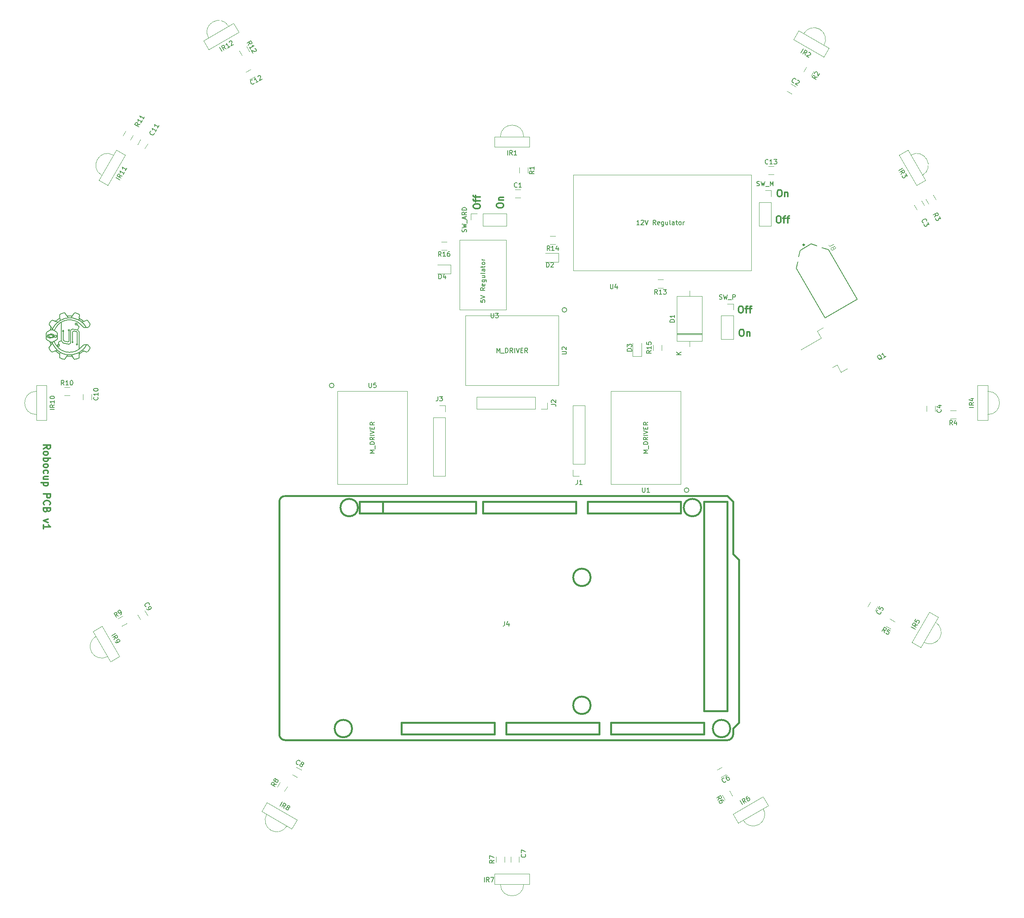
<source format=gbr>
G04 #@! TF.GenerationSoftware,KiCad,Pcbnew,(5.1.6)-1*
G04 #@! TF.CreationDate,2021-01-10T23:04:02+01:00*
G04 #@! TF.ProjectId,Robocup_PCB,526f626f-6375-4705-9f50-43422e6b6963,v1*
G04 #@! TF.SameCoordinates,Original*
G04 #@! TF.FileFunction,Legend,Top*
G04 #@! TF.FilePolarity,Positive*
%FSLAX46Y46*%
G04 Gerber Fmt 4.6, Leading zero omitted, Abs format (unit mm)*
G04 Created by KiCad (PCBNEW (5.1.6)-1) date 2021-01-10 23:04:02*
%MOMM*%
%LPD*%
G01*
G04 APERTURE LIST*
%ADD10C,0.200000*%
%ADD11C,0.300000*%
%ADD12C,0.120000*%
%ADD13C,0.381000*%
%ADD14C,0.127000*%
%ADD15C,0.152400*%
%ADD16C,0.150000*%
%ADD17C,0.203200*%
%ADD18C,0.015000*%
G04 APERTURE END LIST*
D10*
X123135010Y-115998060D02*
X123086890Y-116031060D01*
X123153200Y-115985860D02*
X123153140Y-115985860D01*
X123362870Y-115829360D02*
X123283970Y-115887060D01*
X124693770Y-115594960D02*
X124594970Y-115712560D01*
X125006670Y-114892120D02*
X125023570Y-114958090D01*
X123521870Y-115719860D02*
X123445070Y-115771260D01*
X124735670Y-114477020D02*
X124823470Y-114574950D01*
X124354670Y-115874660D02*
X124292670Y-115875160D01*
X124963870Y-114790120D02*
X125006670Y-114892120D01*
X123445070Y-115771260D02*
X123362870Y-115829360D01*
X124642870Y-114395590D02*
X124735670Y-114477020D01*
X123625270Y-115666060D02*
X123614870Y-115667360D01*
X123713270Y-115668660D02*
X123646870Y-115663260D01*
X123646870Y-115663260D02*
X123625270Y-115666060D01*
X124373970Y-115869560D02*
X124354670Y-115874660D01*
X124901170Y-114681890D02*
X124963870Y-114790120D01*
X123086890Y-116031060D02*
X123018320Y-116078760D01*
X123153140Y-115985860D02*
X123153140Y-115985860D01*
X123283970Y-115887060D02*
X123217040Y-115937160D01*
X124797670Y-115453560D02*
X124776870Y-115481760D01*
X123807870Y-115693260D02*
X123713270Y-115668660D01*
X124858870Y-115367760D02*
X124797670Y-115453560D01*
X124756570Y-115510460D02*
X124693770Y-115594960D01*
X124823470Y-114574950D02*
X124901170Y-114681890D01*
X124007170Y-115777260D02*
X123906770Y-115731960D01*
X124486270Y-115811560D02*
X124403770Y-115861660D01*
X124776870Y-115481760D02*
X124756570Y-115510460D01*
X123170610Y-115972460D02*
X123153200Y-115985860D01*
X122676140Y-116417160D02*
X122669630Y-116514760D01*
X122691930Y-116352460D02*
X122676140Y-116417160D01*
X122701320Y-116332960D02*
X122691930Y-116352460D01*
X123584870Y-115682360D02*
X123521870Y-115719860D01*
X123906770Y-115731960D02*
X123807870Y-115693260D01*
X124403770Y-115861660D02*
X124373970Y-115869560D01*
X124594970Y-115712560D02*
X124486270Y-115811560D01*
X123018320Y-116078760D02*
X122938830Y-116135360D01*
X125023570Y-114958090D02*
X125024570Y-114980340D01*
X122705930Y-116323360D02*
X122701320Y-116332960D01*
X124292670Y-115875160D02*
X124202670Y-115856460D01*
X124941170Y-115237980D02*
X124858870Y-115367760D01*
X124106670Y-115821260D02*
X124007170Y-115777260D01*
X124202670Y-115856460D02*
X124106670Y-115821260D01*
X122729640Y-116299660D02*
X122705930Y-116323360D01*
X122784970Y-116251760D02*
X122729640Y-116299660D01*
X123217040Y-115937160D02*
X123170610Y-115972460D01*
X125026070Y-115011090D02*
X125003170Y-115104750D01*
X123153140Y-115985860D02*
X123135010Y-115998060D01*
X125024570Y-114980340D02*
X125026070Y-115011090D01*
X125003170Y-115104750D02*
X124941170Y-115237980D01*
X122857890Y-116194960D02*
X122784970Y-116251760D01*
X123614870Y-115667360D02*
X123584870Y-115682360D01*
X122938830Y-116135360D02*
X122857890Y-116194960D01*
X121109960Y-107979470D02*
X121037040Y-107985700D01*
X121573110Y-107410680D02*
X121510829Y-107478220D01*
X122729750Y-107878770D02*
X122719710Y-107787470D01*
X121037040Y-107985700D02*
X120944690Y-107988750D01*
X122672560Y-107685900D02*
X122599430Y-107622860D01*
X120844170Y-107989400D02*
X120746560Y-107988430D01*
X122714760Y-108089220D02*
X122725940Y-107980980D01*
X121671320Y-107356910D02*
X121642450Y-107367820D01*
X123110990Y-108791260D02*
X123042680Y-108743090D01*
X122329310Y-107492549D02*
X122229420Y-107458910D01*
X120944690Y-107988750D02*
X120844170Y-107989400D01*
X122725940Y-107980980D02*
X122729750Y-107878770D01*
X120012890Y-107965580D02*
X119993850Y-107955160D01*
X122702400Y-108402270D02*
X122696490Y-108304660D01*
X122727030Y-108486750D02*
X122717750Y-108467090D01*
X122717750Y-108467090D02*
X122702400Y-108402270D01*
X123158950Y-108824580D02*
X123110990Y-108791260D01*
X121171530Y-107958860D02*
X121152380Y-107969160D01*
X120128290Y-107982890D02*
X120055320Y-107976160D01*
X120220680Y-107986470D02*
X120128290Y-107982890D01*
X122599430Y-107622860D02*
X122471610Y-107550220D01*
X121152380Y-107969160D02*
X121143100Y-107974150D01*
X121642450Y-107367820D02*
X121623790Y-107374870D01*
X120582820Y-107984410D02*
X120560900Y-107984950D01*
X122731580Y-108496290D02*
X122727030Y-108486750D01*
X120582820Y-107984410D02*
X120582820Y-107984410D01*
X121623790Y-107374870D02*
X121573110Y-107410680D01*
X122162580Y-107437430D02*
X122062100Y-107405690D01*
X122719710Y-107787470D02*
X122700130Y-107728610D01*
X122810210Y-108568500D02*
X122755140Y-108520220D01*
X121767450Y-107349800D02*
X121671320Y-107356910D01*
X122229420Y-107458910D02*
X122195890Y-107448550D01*
X122689260Y-107711840D02*
X122672560Y-107685900D01*
X120746560Y-107988430D02*
X120663070Y-107986750D01*
X120321260Y-107987770D02*
X120220680Y-107986470D01*
X120560900Y-107984950D02*
X120502580Y-107986250D01*
X120663070Y-107986750D02*
X120604750Y-107985110D01*
X121453320Y-107562750D02*
X121398100Y-107656500D01*
X122702780Y-108198700D02*
X122714760Y-108089220D01*
X122755140Y-108520220D02*
X122731580Y-108496290D01*
X123177010Y-108837000D02*
X123158950Y-108824580D01*
X121510829Y-107478220D02*
X121453320Y-107562750D01*
X121913330Y-107367590D02*
X121767450Y-107349800D01*
X121398100Y-107656500D02*
X121342750Y-107751770D01*
X122195890Y-107448550D02*
X122162580Y-107437430D01*
X123042680Y-108743090D02*
X122963420Y-108685900D01*
X119993850Y-107955160D02*
X119943390Y-107911700D01*
X120022170Y-107970620D02*
X120012890Y-107965580D01*
X122882790Y-108625730D02*
X122810210Y-108568500D01*
X120418990Y-107987380D02*
X120321260Y-107987770D01*
X122963420Y-108685900D02*
X122882790Y-108625730D01*
X120055320Y-107976160D02*
X120022170Y-107970620D01*
X120502580Y-107986250D02*
X120418990Y-107987380D01*
X122700130Y-107728610D02*
X122689260Y-107711840D01*
X121284970Y-107840750D02*
X121222310Y-107915770D01*
X121222310Y-107915770D02*
X121171530Y-107958860D01*
X122471610Y-107550220D02*
X122329310Y-107492549D01*
X120582820Y-107984410D02*
X120582820Y-107984410D01*
X121143100Y-107974150D02*
X121109960Y-107979470D01*
X121342750Y-107751770D02*
X121284970Y-107840750D01*
X122696490Y-108304660D02*
X122702780Y-108198700D01*
X120604750Y-107985110D02*
X120582820Y-107984410D01*
X122062100Y-107405690D02*
X121913330Y-107367590D01*
X123977870Y-110527820D02*
X124086970Y-110528410D01*
X123784170Y-110513220D02*
X123809470Y-110517290D01*
X123267770Y-110120090D02*
X123337570Y-110194150D01*
X124377370Y-108955590D02*
X124315370Y-108954730D01*
X123564770Y-110435470D02*
X123630470Y-110474090D01*
X124496370Y-110516520D02*
X124562270Y-110493250D01*
X123708870Y-110498620D02*
X123784170Y-110513220D01*
X123502370Y-110374440D02*
X123516370Y-110390930D01*
X123829470Y-109133390D02*
X123734670Y-109157320D01*
X124225270Y-108972800D02*
X124129070Y-109007360D01*
X124315370Y-108954730D02*
X124225270Y-108972800D01*
X123516370Y-110390930D02*
X123564770Y-110435470D01*
X123337570Y-110194150D02*
X123403870Y-110265220D01*
X124508470Y-109019730D02*
X124426370Y-108968940D01*
X123630470Y-110474090D02*
X123708870Y-110498620D01*
X123492170Y-110362500D02*
X123502370Y-110374440D01*
X123177010Y-108837000D02*
X123177010Y-108837000D01*
X123240540Y-108886000D02*
X123194320Y-108850450D01*
X123928570Y-109095300D02*
X123829470Y-109133390D01*
X124086970Y-110528410D02*
X124199070Y-110527000D01*
X125022970Y-109942520D02*
X125040170Y-109876660D01*
X124473870Y-110518320D02*
X124496370Y-110516520D01*
X123385470Y-108994610D02*
X123307070Y-108936440D01*
X124796970Y-109351540D02*
X124776670Y-109322950D01*
X123467170Y-109053150D02*
X123385470Y-108994610D01*
X124029270Y-109050760D02*
X123928570Y-109095300D01*
X125041370Y-109854470D02*
X125043070Y-109823650D01*
X124915970Y-110152050D02*
X124979470Y-110044250D01*
X123827370Y-110520160D02*
X123881970Y-110524390D01*
X124713970Y-109238150D02*
X124616070Y-109119870D01*
X123403870Y-110265220D02*
X123460770Y-110327340D01*
X123177010Y-108837000D02*
X123177010Y-108837000D01*
X123307070Y-108936440D02*
X123240540Y-108886000D01*
X123194320Y-108850450D02*
X123177010Y-108837000D01*
X123543670Y-109104950D02*
X123467170Y-109053150D01*
X125043070Y-109823650D02*
X125020970Y-109729690D01*
X124655670Y-110436550D02*
X124749070Y-110355770D01*
X125040170Y-109876660D02*
X125041370Y-109854470D01*
X124979470Y-110044250D02*
X125022970Y-109942520D01*
X124837570Y-110258440D02*
X124915970Y-110152050D01*
X123606370Y-109142770D02*
X123543670Y-109104950D01*
X124304070Y-110524440D02*
X124391670Y-110521570D01*
X123668270Y-109162300D02*
X123646770Y-109159430D01*
X124426370Y-108968940D02*
X124396670Y-108960860D01*
X124473870Y-110518320D02*
X124473870Y-110518320D01*
X123636370Y-109157970D02*
X123606370Y-109142770D01*
X124776670Y-109322950D02*
X124713970Y-109238150D01*
X124396670Y-108960860D02*
X124377370Y-108955590D01*
X124960270Y-109595730D02*
X124879070Y-109465409D01*
X124199070Y-110527000D02*
X124304070Y-110524440D01*
X123809470Y-110517290D02*
X123827370Y-110520160D01*
X124391670Y-110521570D02*
X124451670Y-110519230D01*
X124562270Y-110493250D02*
X124655670Y-110436550D01*
X125020970Y-109729690D02*
X124960270Y-109595730D01*
X123881970Y-110524390D02*
X123977870Y-110527820D01*
X123460770Y-110327340D02*
X123492170Y-110362500D01*
X123646770Y-109159430D02*
X123636370Y-109157970D01*
X124879070Y-109465409D02*
X124817970Y-109379650D01*
X124817970Y-109379650D02*
X124796970Y-109351540D01*
X124749070Y-110355770D02*
X124837570Y-110258440D01*
X124451670Y-110519230D02*
X124473870Y-110518320D01*
X123734670Y-109157320D02*
X123668270Y-109162300D01*
X124129070Y-109007360D02*
X124029270Y-109050760D01*
X124616070Y-109119870D02*
X124508470Y-109019730D01*
X123200440Y-110049190D02*
X123267770Y-110120090D01*
X118081250Y-109898690D02*
X118145280Y-109835110D01*
X116339170Y-115454060D02*
X116318240Y-115425960D01*
X123141470Y-109987440D02*
X123200440Y-110049190D01*
X123008610Y-109851870D02*
X123072140Y-109915890D01*
X116175930Y-115209720D02*
X116115210Y-115075770D01*
X121907380Y-109136590D02*
X122220030Y-109283020D01*
X116296040Y-114630680D02*
X116370150Y-114549140D01*
X116475460Y-114097860D02*
X116445570Y-114001770D01*
X117231040Y-111252090D02*
X117263060Y-111159050D01*
X116345140Y-113697840D02*
X116327010Y-113637289D01*
X116361530Y-113754110D02*
X116361530Y-113754110D01*
X116415070Y-113909000D02*
X116388110Y-113829840D01*
X116093140Y-114981860D02*
X116094820Y-114951090D01*
X116500580Y-114186830D02*
X116475460Y-114097860D01*
X116445570Y-114001770D02*
X116415070Y-113909000D01*
X116095900Y-114931080D02*
X116114720Y-114871940D01*
X116490060Y-114384690D02*
X116515760Y-114323220D01*
X118636430Y-109448380D02*
X118937700Y-109271730D01*
X116160250Y-114792140D02*
X116223400Y-114711680D01*
X116115210Y-115075770D02*
X116093140Y-114981860D01*
X116359630Y-115482560D02*
X116339170Y-115454060D01*
X116370150Y-114549140D02*
X116437490Y-114467090D01*
X121584510Y-109022440D02*
X121907380Y-109136590D01*
X116361530Y-113754110D02*
X116357180Y-113738969D01*
X123096710Y-109941010D02*
X123141470Y-109987440D01*
X119251390Y-109127470D02*
X119574960Y-109015550D01*
X123072140Y-109915890D02*
X123078380Y-109922070D01*
X116520220Y-115685560D02*
X116422240Y-115567260D01*
X122804950Y-109672660D02*
X123008610Y-109851870D01*
X119906010Y-108935900D02*
X120241900Y-108888590D01*
X116094820Y-114951090D02*
X116095900Y-114931080D01*
X118350140Y-109657320D02*
X118636430Y-109448380D01*
X116388110Y-113829840D02*
X116368900Y-113774769D01*
X122520060Y-109461730D02*
X122804950Y-109672660D01*
X116318240Y-115425960D02*
X116257200Y-115340040D01*
X116223400Y-114711680D02*
X116296040Y-114630680D01*
X116521680Y-114291480D02*
X116516750Y-114258270D01*
X116114720Y-114871940D02*
X116160250Y-114792140D01*
X116422240Y-115567260D02*
X116359630Y-115482560D01*
X122220030Y-109283020D02*
X122520060Y-109461730D01*
X121254060Y-108940570D02*
X121584510Y-109022440D01*
X120241900Y-108888590D02*
X120580220Y-108873620D01*
X119574960Y-109015550D02*
X119906010Y-108935900D01*
X116437490Y-114467090D02*
X116490060Y-114384690D01*
X116357180Y-113738969D02*
X116345140Y-113697840D01*
X116515760Y-114323220D02*
X116519720Y-114301900D01*
X117571320Y-110537410D02*
X117805100Y-110206680D01*
X117379970Y-110887130D02*
X117571320Y-110537410D01*
X117805100Y-110206680D02*
X118008010Y-109971440D01*
X118937700Y-109271730D02*
X119251390Y-109127470D01*
X116519720Y-114301900D02*
X116521680Y-114291480D01*
X116368900Y-113774769D02*
X116361530Y-113754110D01*
X123078380Y-109922070D02*
X123096710Y-109941010D01*
X116257200Y-115340040D02*
X116175930Y-115209720D01*
X117263060Y-111159050D02*
X117379970Y-110887130D01*
X120580220Y-108873620D02*
X120918430Y-108890930D01*
X120918430Y-108890930D02*
X121254060Y-108940570D01*
X116327010Y-113637289D02*
X116310150Y-113582120D01*
X118145280Y-109835110D02*
X118350140Y-109657320D01*
X118008010Y-109971440D02*
X118081250Y-109898690D01*
X116310150Y-113582120D02*
X116304400Y-113563769D01*
X116516750Y-114258270D02*
X116500580Y-114186830D01*
X116361530Y-113754110D02*
X116361530Y-113754110D01*
X116820890Y-115850660D02*
X116758880Y-115849760D01*
X117489460Y-115646160D02*
X117467970Y-115643160D01*
X117306739Y-115672060D02*
X117207670Y-115710060D01*
X117669030Y-115752360D02*
X117592600Y-115700460D01*
X118973670Y-117367960D02*
X118940360Y-117356960D01*
X117959240Y-115968560D02*
X117959240Y-115968560D01*
X117895760Y-115919560D02*
X117829190Y-115869060D01*
X117959240Y-115968560D02*
X117941990Y-115955060D01*
X118253500Y-116179760D02*
X118172830Y-116119560D01*
X118463740Y-117119460D02*
X118446970Y-117093560D01*
X118418540Y-116338260D02*
X118409210Y-116318760D01*
X118421530Y-116716260D02*
X118433510Y-116606660D01*
X119851280Y-116964560D02*
X119793490Y-117053660D01*
X119563180Y-117394760D02*
X119512510Y-117430460D01*
X116627810Y-115785660D02*
X116520220Y-115685560D01*
X116739570Y-115844560D02*
X116709830Y-115836460D01*
X117207670Y-115710060D02*
X117106970Y-115754660D01*
X117401569Y-115648160D02*
X117306739Y-115672060D01*
X118406560Y-116926660D02*
X118410350Y-116824460D01*
X118439820Y-116500760D02*
X118433900Y-116403160D01*
X117959240Y-115968560D02*
X117959240Y-115968560D01*
X118410350Y-116824460D02*
X118421530Y-116716260D01*
X118536820Y-117182560D02*
X118463740Y-117119460D01*
X119738150Y-117148860D02*
X119682920Y-117242660D01*
X119964720Y-116846460D02*
X119913930Y-116889560D01*
X118433900Y-116403160D02*
X118418540Y-116338260D01*
X118446970Y-117093560D02*
X118436130Y-117076760D01*
X116758880Y-115849760D02*
X116739570Y-115844560D01*
X117007200Y-115797960D02*
X116910950Y-115832560D01*
X118404710Y-116309160D02*
X118381170Y-116285260D01*
X117499930Y-115647560D02*
X117489460Y-115646160D01*
X118025320Y-116014260D02*
X117977360Y-115980960D01*
X117529880Y-115662660D02*
X117499930Y-115647560D01*
X119512510Y-117430460D02*
X119493790Y-117437560D01*
X117941990Y-115955060D02*
X117895760Y-115919560D01*
X118172830Y-116119560D02*
X118093630Y-116062460D01*
X119222960Y-117437860D02*
X119074140Y-117399760D01*
X117592600Y-115700460D02*
X117529880Y-115662660D01*
X119493790Y-117437560D02*
X119465040Y-117448460D01*
X116709830Y-115836460D02*
X116627810Y-115785660D01*
X116910950Y-115832560D02*
X116820890Y-115850660D01*
X117977360Y-115980960D02*
X117959240Y-115968560D01*
X118416600Y-117017960D02*
X118406560Y-116926660D01*
X119368850Y-117455660D02*
X119222960Y-117437860D01*
X117106970Y-115754660D02*
X117007200Y-115797960D01*
X118381170Y-116285260D02*
X118326100Y-116236860D01*
X119913930Y-116889560D02*
X119851280Y-116964560D01*
X117467970Y-115643160D02*
X117401569Y-115648160D01*
X117750740Y-115810860D02*
X117669030Y-115752360D01*
X117829190Y-115869060D02*
X117750740Y-115810860D01*
X118093630Y-116062460D02*
X118025320Y-116014260D01*
X118326100Y-116236860D02*
X118253500Y-116179760D01*
X118940360Y-117356960D02*
X118906880Y-117346460D01*
X118807000Y-117312960D02*
X118664640Y-117255260D01*
X119465040Y-117448460D02*
X119368850Y-117455660D01*
X119625420Y-117327160D02*
X119563180Y-117394760D01*
X118436130Y-117076760D02*
X118416600Y-117017960D01*
X119682920Y-117242660D02*
X119625420Y-117327160D01*
X119793490Y-117053660D02*
X119738150Y-117148860D01*
X118409210Y-116318760D02*
X118404710Y-116309160D01*
X118433510Y-116606660D02*
X118439820Y-116500760D01*
X118906880Y-117346460D02*
X118807000Y-117312960D01*
X119074140Y-117399760D02*
X118973670Y-117367960D01*
X118664640Y-117255260D02*
X118536820Y-117182560D01*
X122567960Y-117195560D02*
X122439490Y-117266860D01*
X121255080Y-116969060D02*
X121192960Y-116893660D01*
X121590699Y-117437360D02*
X121540290Y-117401160D01*
X121880400Y-117447360D02*
X121734310Y-117463660D01*
X122439490Y-117266860D02*
X122296700Y-117323560D01*
X122196710Y-117356960D02*
X122163220Y-117367560D01*
X120915610Y-116818860D02*
X120814970Y-116817660D01*
X121312259Y-117058560D02*
X121255080Y-116969060D01*
X122029500Y-117410360D02*
X121880400Y-117447360D01*
X122296700Y-117323560D02*
X122196710Y-117356960D01*
X120292080Y-116815960D02*
X120191560Y-116816560D01*
X120473180Y-116818560D02*
X120389680Y-116816860D01*
X120814970Y-116817660D02*
X120717320Y-116817960D01*
X120553420Y-116820960D02*
X120553420Y-116820960D01*
X122669420Y-117090660D02*
X122658400Y-117107460D01*
X119983820Y-116836160D02*
X119964720Y-116846460D01*
X121192960Y-116893660D02*
X121142450Y-116850160D01*
X122658400Y-117107460D02*
X122641530Y-117133260D01*
X121008010Y-116822560D02*
X120915610Y-116818860D01*
X119993140Y-116831160D02*
X119983820Y-116836160D01*
X120026290Y-116825860D02*
X119993140Y-116831160D01*
X120099210Y-116819660D02*
X120026290Y-116825860D01*
X120553360Y-116820960D02*
X120531500Y-116820160D01*
X121366900Y-117154160D02*
X121312259Y-117058560D01*
X121638170Y-117455660D02*
X121609360Y-117444560D01*
X121734310Y-117463660D02*
X121638170Y-117455660D01*
X122163220Y-117367560D02*
X122130030Y-117378860D01*
X120553420Y-116820960D02*
X120553360Y-116820960D01*
X121421470Y-117248260D02*
X121366900Y-117154160D01*
X120575390Y-116820360D02*
X120553420Y-116820960D01*
X122675220Y-116620760D02*
X122686440Y-116730260D01*
X122130030Y-117378860D02*
X122029500Y-117410360D01*
X121478450Y-117333160D02*
X121421470Y-117248260D01*
X122686440Y-116730260D02*
X122696860Y-116838560D01*
X122669630Y-116514760D02*
X122675220Y-116620760D01*
X121609360Y-117444560D02*
X121590699Y-117437360D01*
X120191560Y-116816560D02*
X120099210Y-116819660D01*
X120553360Y-116820960D02*
X120553360Y-116820960D01*
X121114070Y-116834760D02*
X121080990Y-116829260D01*
X121540290Y-117401160D02*
X121478450Y-117333160D01*
X121123350Y-116839860D02*
X121114070Y-116834760D01*
X120389680Y-116816860D02*
X120292080Y-116815960D01*
X120531500Y-116820160D02*
X120473180Y-116818560D01*
X122700010Y-116940760D02*
X122689380Y-117031960D01*
X120633710Y-116819160D02*
X120575390Y-116820360D01*
X122689380Y-117031960D02*
X122669420Y-117090660D01*
X120717320Y-116817960D02*
X120633710Y-116819160D01*
X122696860Y-116838560D02*
X122700010Y-116940760D01*
X122641530Y-117133260D02*
X122567960Y-117195560D01*
X121080990Y-116829260D02*
X121008010Y-116822560D01*
X121142450Y-116850160D02*
X121123350Y-116839860D01*
X121134150Y-113765610D02*
X121111640Y-113723660D01*
X119240540Y-111170270D02*
X119277170Y-111200720D01*
X121107950Y-113662579D02*
X121121290Y-113627470D01*
X121170720Y-113796040D02*
X121134150Y-113765610D01*
X121217810Y-113810640D02*
X121205820Y-113809390D01*
X119180540Y-111404050D02*
X119168490Y-111402860D01*
X119299680Y-111242650D02*
X119305750Y-111279700D01*
X119168490Y-111402860D02*
X119168490Y-111402860D01*
X119259530Y-111375470D02*
X119217600Y-111397980D01*
X119205440Y-111156930D02*
X119240540Y-111170270D01*
X117953710Y-114408340D02*
X117955760Y-114387730D01*
X121205820Y-113809390D02*
X121170720Y-113796040D01*
X121266900Y-113805690D02*
X121229850Y-113811830D01*
X119217600Y-111397980D02*
X119180540Y-111404050D01*
X121217810Y-113810640D02*
X121217810Y-113810640D01*
X121339329Y-113746610D02*
X121308850Y-113783180D01*
X121121290Y-113627470D02*
X121151720Y-113590860D01*
X121289860Y-113578000D02*
X121326470Y-113608479D01*
X119277170Y-111200720D02*
X119299680Y-111242650D01*
X119290010Y-111338840D02*
X119259530Y-111375470D01*
X117957880Y-114367050D02*
X117980830Y-114306730D01*
X118146680Y-114621450D02*
X118126070Y-114619330D01*
X121355070Y-113687480D02*
X121353820Y-113699520D01*
X121105500Y-113686609D02*
X121106690Y-113674620D01*
X119193390Y-111155750D02*
X119205440Y-111156930D01*
X121229850Y-113811830D02*
X121217810Y-113810640D01*
X121308850Y-113783180D02*
X121266900Y-113805690D01*
X121352630Y-113711510D02*
X121339329Y-113746610D01*
X117955760Y-114387730D02*
X117957880Y-114367050D01*
X117964130Y-114472040D02*
X117953710Y-114408340D01*
X118065740Y-114596390D02*
X118002860Y-114544080D01*
X118126070Y-114619330D02*
X118065740Y-114596390D01*
X121348990Y-113650429D02*
X121355070Y-113687480D01*
X121193670Y-113568340D02*
X121230720Y-113562259D01*
X121254750Y-113564699D02*
X121289860Y-113578000D01*
X121230720Y-113562259D02*
X121242710Y-113563510D01*
X121151720Y-113590860D02*
X121193670Y-113568340D01*
X119304500Y-111291750D02*
X119303310Y-111303750D01*
X121111640Y-113723660D02*
X121105500Y-113686609D01*
X119305750Y-111279700D02*
X119304500Y-111291750D01*
X118002860Y-114544080D02*
X117964130Y-114472040D01*
X121353820Y-113699520D02*
X121352630Y-113711510D01*
X121106690Y-113674620D02*
X121107950Y-113662579D01*
X118033130Y-114243840D02*
X118105180Y-114205110D01*
X117980830Y-114306730D02*
X118033130Y-114243840D01*
X121242710Y-113563510D02*
X121254750Y-113564699D01*
X119303310Y-111303750D02*
X119290010Y-111338840D01*
X121326470Y-113608479D02*
X121348990Y-113650429D01*
X123181740Y-109291000D02*
X123383170Y-109463039D01*
X120542080Y-108433790D02*
X120622260Y-108433790D01*
X123911670Y-110062260D02*
X124060570Y-110288390D01*
X117735000Y-115291200D02*
X117522170Y-115058250D01*
X118472640Y-115883860D02*
X118211350Y-115705060D01*
X124268670Y-114274660D02*
X124237570Y-114336880D01*
X120705390Y-116506260D02*
X120631390Y-116506260D01*
X123026720Y-115736060D02*
X122797180Y-115890460D01*
X122265110Y-108751820D02*
X122509700Y-108863480D01*
X120913990Y-108442900D02*
X121199310Y-108470140D01*
X119335920Y-116294160D02*
X119036000Y-116179460D01*
X120547400Y-116506260D02*
X120295330Y-116492360D01*
X120631390Y-116506260D02*
X120547400Y-116506260D01*
X124135470Y-114519450D02*
X123986270Y-114753400D01*
X120927330Y-116495760D02*
X120705390Y-116506260D01*
X122306240Y-116151760D02*
X122046320Y-116257160D01*
X123821870Y-114975770D02*
X123643070Y-115185900D01*
X123450370Y-115383120D02*
X123244720Y-115566760D01*
X120695240Y-108433790D02*
X120913990Y-108442900D01*
X121199310Y-108470140D02*
X121477680Y-108515070D01*
X124237570Y-114336880D02*
X124135470Y-114519450D01*
X123748770Y-109849090D02*
X123911670Y-110062260D01*
X122797180Y-115890460D02*
X122556780Y-116029260D01*
X116419850Y-114490050D02*
X116855350Y-113939970D01*
X119036000Y-116179460D02*
X118747920Y-116042360D01*
X117267990Y-115685860D02*
X117917400Y-115451560D01*
X118436010Y-107885340D02*
X118559760Y-108995260D01*
X122509700Y-108863480D02*
X122744390Y-108990820D01*
X123383170Y-109463039D02*
X123572370Y-109649180D01*
X116438180Y-110294190D02*
X116906720Y-110848880D01*
X123786370Y-109146300D02*
X123233650Y-109333040D01*
X123986270Y-114753400D02*
X123821870Y-114975770D01*
X120295330Y-116492360D02*
X119966670Y-116451760D01*
X122744390Y-108990820D02*
X122968630Y-109133440D01*
X121501219Y-116414560D02*
X121217540Y-116464960D01*
X124060570Y-110288390D02*
X124163370Y-110466340D01*
X123244720Y-115566760D02*
X123026720Y-115736060D01*
X121748510Y-108577230D02*
X122011150Y-108656290D01*
X123643070Y-115185900D02*
X123450370Y-115383120D01*
X123572370Y-109649180D02*
X123748770Y-109849090D01*
X117285350Y-109096440D02*
X118038780Y-109360500D01*
X119919200Y-107885340D02*
X120331900Y-108433790D01*
X121272880Y-107857140D02*
X120870320Y-108440410D01*
X122556780Y-116029260D02*
X122306240Y-116151760D01*
X122968630Y-109133440D02*
X123181740Y-109291000D01*
X118747920Y-116042360D02*
X118472640Y-115883860D01*
X122046320Y-116257160D02*
X121777760Y-116345060D01*
X117152540Y-114545820D02*
X116997970Y-114268540D01*
X117327670Y-114809390D02*
X117152540Y-114545820D01*
X116997970Y-114268540D02*
X116865000Y-113978700D01*
X119966670Y-116451760D02*
X119646460Y-116385260D01*
X121777760Y-116345060D02*
X121501219Y-116414560D01*
X124163370Y-110466340D02*
X124194770Y-110527110D01*
X122011150Y-108656290D02*
X122265110Y-108751820D01*
X121477680Y-108515070D02*
X121748510Y-108577230D01*
X117522170Y-115058250D02*
X117327670Y-114809390D01*
X122689260Y-108305320D02*
X122631710Y-108927070D01*
X116779220Y-113753720D02*
X116754690Y-113677440D01*
X118211350Y-115705060D02*
X117965150Y-115507160D01*
X120622260Y-108433790D02*
X120695240Y-108433790D01*
X116865000Y-113978700D02*
X116779220Y-113753720D01*
X117965150Y-115507160D02*
X117735000Y-115291200D01*
X121217540Y-116464960D02*
X120927330Y-116495760D01*
X119646460Y-116385260D02*
X119335920Y-116294160D01*
X118742820Y-113392500D02*
X118168110Y-113687040D01*
X122274930Y-114291860D02*
X122233000Y-114314370D01*
X118167350Y-114623510D02*
X118146680Y-114621450D01*
X122208810Y-114072140D02*
X122220850Y-114073330D01*
X118378350Y-114451150D02*
X118355390Y-114511480D01*
X118189490Y-114196820D02*
X118210150Y-114198870D01*
X118333360Y-114274120D02*
X118372110Y-114346160D01*
X122071600Y-114195230D02*
X122072790Y-114183250D01*
X118146680Y-114621450D02*
X118146680Y-114621450D01*
X118380400Y-114430540D02*
X118378350Y-114451150D01*
X118355390Y-114511480D02*
X118303100Y-114574360D01*
X118270490Y-114221820D02*
X118333360Y-114274120D01*
X118210150Y-114198870D02*
X118270490Y-114221820D01*
X120301360Y-108446260D02*
X120542080Y-108433790D01*
X119987290Y-108483110D02*
X120301360Y-108446260D01*
X119680970Y-108543330D02*
X119987290Y-108483110D01*
X122318720Y-114220130D02*
X122305380Y-114255250D01*
X118382530Y-114409860D02*
X118380400Y-114430540D01*
X122195950Y-114320450D02*
X122183900Y-114319260D01*
X119383330Y-108626070D02*
X119680970Y-108543330D01*
X117832610Y-109542450D02*
X118058420Y-109344380D01*
X122305380Y-114255250D02*
X122274930Y-114291860D01*
X122136810Y-114304720D02*
X122100180Y-114274290D01*
X122183900Y-114319260D02*
X122183900Y-114319260D01*
X122315080Y-114159050D02*
X122321170Y-114196110D01*
X119095360Y-108730400D02*
X119383330Y-108626070D01*
X118372110Y-114346160D02*
X118382530Y-114409860D01*
X122289750Y-111094650D02*
X122631760Y-110370090D01*
X122183900Y-114319260D02*
X122171900Y-114318070D01*
X117250310Y-110228660D02*
X117427609Y-109985550D01*
X118817960Y-108855290D02*
X119095360Y-108730400D01*
X122072790Y-114183250D02*
X122074040Y-114171200D01*
X118298540Y-109163230D02*
X118552010Y-108999870D01*
X116950670Y-110753510D02*
X117090960Y-110484950D01*
X122159750Y-114077020D02*
X122196810Y-114070940D01*
X118552010Y-108999870D02*
X118817960Y-108855290D01*
X122074040Y-114171200D02*
X122087390Y-114136090D01*
X118058420Y-109344380D02*
X118298540Y-109163230D01*
X117427609Y-109985550D02*
X117622060Y-109756480D01*
X122319920Y-114208150D02*
X122318720Y-114220130D01*
X122117820Y-114099540D02*
X122159750Y-114077020D01*
X118105180Y-114205110D02*
X118168880Y-114194690D01*
X117622060Y-109756480D02*
X117832610Y-109542450D01*
X117090960Y-110484950D02*
X117250310Y-110228660D01*
X122631760Y-110370090D02*
X122165890Y-109904270D01*
X116857630Y-110962330D02*
X116950670Y-110753510D01*
X118231040Y-114613090D02*
X118167350Y-114623510D01*
X118168880Y-114194690D02*
X118189490Y-114196820D01*
X118303100Y-114574360D02*
X118231040Y-114613090D01*
X122292570Y-114117110D02*
X122315080Y-114159050D01*
X122220850Y-114073330D02*
X122255950Y-114086680D01*
X122087390Y-114136090D02*
X122117820Y-114099540D01*
X122077670Y-114232290D02*
X122071600Y-114195230D01*
X122171900Y-114318070D02*
X122136810Y-114304720D01*
X122321170Y-114196110D02*
X122319920Y-114208150D01*
X122100180Y-114274290D02*
X122077670Y-114232290D01*
X116830170Y-111033340D02*
X116857630Y-110962330D01*
X122233000Y-114314370D02*
X122195950Y-114320450D01*
X122255950Y-114086680D02*
X122292570Y-114117110D01*
X122196810Y-114070940D02*
X122208810Y-114072140D01*
X118168110Y-113687040D02*
X118168110Y-114243630D01*
X118973010Y-107437909D02*
X118939600Y-107448499D01*
X117029600Y-108984140D02*
X116933630Y-108948930D01*
X118434820Y-108472470D02*
X118430260Y-108481970D01*
X117614400Y-109085480D02*
X117551360Y-109122970D01*
X117965750Y-108832930D02*
X117919250Y-108868250D01*
X118461080Y-108184660D02*
X118466670Y-108290660D01*
X119255830Y-107358110D02*
X119106810Y-107395110D01*
X117129100Y-109028190D02*
X117029600Y-108984140D01*
X117229530Y-109073380D02*
X117129100Y-109028190D01*
X119714820Y-107557110D02*
X119657810Y-107472200D01*
X117328319Y-109112120D02*
X117229530Y-109073380D01*
X117422939Y-109136650D02*
X117328319Y-109112120D01*
X117489350Y-109142120D02*
X117422939Y-109136650D01*
X117983110Y-108819580D02*
X117983110Y-108819580D01*
X118466890Y-107714610D02*
X118446920Y-107773360D01*
X118001280Y-108807270D02*
X117983110Y-108819580D01*
X118351280Y-108553690D02*
X118278360Y-108610380D01*
X118406610Y-108505730D02*
X118351280Y-108553690D01*
X118446920Y-107773360D02*
X118436290Y-107864620D01*
X119106810Y-107395110D02*
X119006280Y-107426620D01*
X117773420Y-108976000D02*
X117691280Y-109034110D01*
X119769400Y-107651230D02*
X119714820Y-107557110D01*
X119006280Y-107426620D02*
X118973010Y-107437909D01*
X118460060Y-108388160D02*
X118444260Y-108452890D01*
X118049400Y-108774340D02*
X118001280Y-108807270D01*
X118444260Y-108452890D02*
X118434820Y-108472470D01*
X119545610Y-107368090D02*
X119526950Y-107360930D01*
X119402000Y-107341720D02*
X119255830Y-107358110D01*
X117852310Y-108918330D02*
X117773420Y-108976000D01*
X119657810Y-107472200D02*
X119596010Y-107404220D01*
X118278360Y-108610380D02*
X118197400Y-108670010D01*
X118117930Y-108726590D02*
X118049400Y-108774340D01*
X118839610Y-107481860D02*
X118696860Y-107538500D01*
X117510830Y-109139360D02*
X117489350Y-109142120D01*
X117521360Y-109138000D02*
X117510830Y-109139360D01*
X118939600Y-107448499D02*
X118839610Y-107481860D01*
X119498190Y-107349800D02*
X119402000Y-107341720D01*
X117691280Y-109034110D02*
X117614400Y-109085480D01*
X118696860Y-107538500D02*
X118568390Y-107609790D01*
X117551360Y-109122970D02*
X117521360Y-109138000D01*
X119596010Y-107404220D02*
X119545610Y-107368090D01*
X117919250Y-108868250D02*
X117852310Y-108918330D01*
X117983110Y-108819580D02*
X117965750Y-108832930D01*
X117983110Y-108819580D02*
X117983110Y-108819580D01*
X119881220Y-107836250D02*
X119824040Y-107746830D01*
X118197400Y-108670010D02*
X118117930Y-108726590D01*
X119943390Y-107911700D02*
X119881220Y-107836250D01*
X118494780Y-107672070D02*
X118477850Y-107697900D01*
X118430260Y-108481970D02*
X118406610Y-108505730D01*
X118477850Y-107697900D02*
X118466890Y-107714610D01*
X118466670Y-108290660D02*
X118460060Y-108388160D01*
X118449850Y-108075120D02*
X118461080Y-108184660D01*
X118568390Y-107609790D02*
X118494780Y-107672070D01*
X118436290Y-107864620D02*
X118439380Y-107966770D01*
X118439380Y-107966770D02*
X118449850Y-108075120D01*
X119824040Y-107746830D02*
X119769400Y-107651230D01*
X119526950Y-107360930D02*
X119498190Y-107349800D01*
X122071260Y-109965800D02*
X122008760Y-109976050D01*
X122030470Y-109557220D02*
X122050760Y-109559220D01*
X120548320Y-111151830D02*
X120517830Y-111188400D01*
X120315680Y-111079840D02*
X120316930Y-111067790D01*
X120426790Y-111215860D02*
X120426790Y-111215860D01*
X120402650Y-110973550D02*
X120439710Y-110967480D01*
X120562810Y-111104750D02*
X120561610Y-111116730D01*
X120320630Y-111128890D02*
X120314490Y-111091830D01*
X121876990Y-109603390D02*
X121947740Y-109565410D01*
X121909000Y-109949470D02*
X121847250Y-109898150D01*
X120463740Y-110969930D02*
X120498850Y-110983220D01*
X120561610Y-111116730D02*
X120548320Y-111151830D01*
X120314490Y-111091830D02*
X120315680Y-111079840D01*
X120535460Y-111013700D02*
X120557970Y-111055640D01*
X120498850Y-110983220D02*
X120535460Y-111013700D01*
X120414810Y-111214610D02*
X120379690Y-111201260D01*
X120426790Y-111215860D02*
X120414810Y-111214610D01*
X119181400Y-111154500D02*
X119193390Y-111155750D01*
X122215900Y-109806830D02*
X122193390Y-109866080D01*
X119144350Y-111160570D02*
X119181400Y-111154500D01*
X121988470Y-109974040D02*
X121968240Y-109971980D01*
X120439710Y-110967480D02*
X120451700Y-110968730D01*
X122193390Y-109866080D02*
X122142010Y-109927820D01*
X121947740Y-109565410D02*
X122010240Y-109555149D01*
X119057380Y-111266860D02*
X119058630Y-111254800D01*
X119056180Y-111278840D02*
X119057380Y-111266860D01*
X122010240Y-109555149D02*
X122030470Y-109557220D01*
X121799080Y-109764840D02*
X121801080Y-109744610D01*
X120517830Y-111188400D02*
X120475890Y-111210910D01*
X120316930Y-111067790D02*
X120330280Y-111032690D01*
X121825670Y-109665120D02*
X121876990Y-109603390D01*
X121847250Y-109898150D02*
X121809280Y-109827340D01*
X120438830Y-111217050D02*
X120426790Y-111215860D01*
X120360710Y-110996070D02*
X120402650Y-110973550D01*
X119156500Y-111401620D02*
X119121400Y-111388270D01*
X119102420Y-111183080D02*
X119144350Y-111160570D01*
X119071970Y-111219700D02*
X119102420Y-111183080D01*
X119121400Y-111388270D02*
X119084830Y-111357830D01*
X122110000Y-109581729D02*
X122171750Y-109633070D01*
X120564060Y-111092690D02*
X120562810Y-111104750D01*
X120343140Y-111170820D02*
X120320630Y-111128890D01*
X122171750Y-109633070D02*
X122209720Y-109703800D01*
X122050760Y-109559220D02*
X122110000Y-109581729D01*
X121803150Y-109724320D02*
X121825670Y-109665120D01*
X121809280Y-109827340D02*
X121799080Y-109764840D01*
X119058630Y-111254800D02*
X119071970Y-111219700D01*
X119062320Y-111315900D02*
X119056180Y-111278840D01*
X119084830Y-111357830D02*
X119062320Y-111315900D01*
X119168490Y-111402860D02*
X119156500Y-111401620D01*
X121988470Y-109974040D02*
X121988470Y-109974040D01*
X122217920Y-109786590D02*
X122215900Y-109806830D01*
X120475890Y-111210910D02*
X120438830Y-111217050D01*
X120330280Y-111032690D02*
X120360710Y-110996070D01*
X122219970Y-109766300D02*
X122217920Y-109786590D01*
X121968240Y-109971980D02*
X121909000Y-109949470D01*
X120451700Y-110968730D02*
X120463740Y-110969930D01*
X122142010Y-109927820D02*
X122071260Y-109965800D01*
X122209720Y-109703800D02*
X122219970Y-109766300D01*
X120557970Y-111055640D02*
X120564060Y-111092690D01*
X120379690Y-111201260D02*
X120343140Y-111170820D01*
X122008760Y-109976050D02*
X121988470Y-109974040D01*
X121801080Y-109744610D02*
X121803150Y-109724320D01*
X120223780Y-113679500D02*
X119409260Y-113535899D01*
X116512400Y-110591400D02*
X116486900Y-110679720D01*
X116781670Y-108930690D02*
X116762290Y-108935840D01*
X116355290Y-111075390D02*
X116343630Y-111114620D01*
X116371460Y-111020700D02*
X116370640Y-111023470D01*
X116398360Y-110945570D02*
X116378890Y-111000190D01*
X116338530Y-109351930D02*
X116277260Y-109437690D01*
X120836250Y-113906230D02*
X120501820Y-114181680D01*
X122289750Y-111094650D02*
X121827010Y-111013050D01*
X116365970Y-111039260D02*
X116355290Y-111075390D01*
X116371460Y-111020700D02*
X116371460Y-111020700D01*
X116378890Y-111000190D02*
X116371460Y-111020700D01*
X116486900Y-110679720D02*
X116456580Y-110775040D01*
X120836250Y-111155190D02*
X120836250Y-113906230D01*
X122631710Y-111496940D02*
X122289750Y-111094650D01*
X120439260Y-113502040D02*
X120223780Y-113679500D01*
X116370640Y-111023470D02*
X116365970Y-111039260D01*
X116762290Y-108935840D02*
X116732510Y-108943770D01*
X116130950Y-109904270D02*
X116175970Y-109984360D01*
X116359310Y-109323700D02*
X116338530Y-109351930D01*
X121260829Y-111490480D02*
X121260829Y-113588840D01*
X116532210Y-110476930D02*
X116534110Y-110487290D01*
X121474540Y-111314480D02*
X121260829Y-111490480D01*
X116370640Y-111023470D02*
X116370640Y-111023470D01*
X116238580Y-110065250D02*
X116310700Y-110146730D01*
X116111580Y-109825070D02*
X116112560Y-109845020D01*
X116933630Y-108948930D02*
X116843680Y-108930260D01*
X121153140Y-110894230D02*
X120836250Y-111155190D01*
X116528960Y-110520370D02*
X116512400Y-110591400D01*
X119180970Y-113267340D02*
X119180970Y-111373510D01*
X120439260Y-111189970D02*
X120439260Y-113502040D01*
X121827010Y-111013050D02*
X121153140Y-110894230D01*
X122631710Y-115266200D02*
X122631710Y-111496940D01*
X116310700Y-110146730D02*
X116384210Y-110228700D01*
X116195070Y-109567410D02*
X116133130Y-109700660D01*
X116175970Y-109984360D02*
X116238580Y-110065250D01*
X116112560Y-109845020D02*
X116130950Y-109904270D01*
X116110110Y-109794300D02*
X116111580Y-109825070D01*
X119409260Y-113535899D02*
X119180970Y-113267340D01*
X116649930Y-108993790D02*
X116541320Y-109092910D01*
X116343630Y-111114620D02*
X116337390Y-111135770D01*
X116456580Y-110775040D02*
X116425650Y-110867050D01*
X116379600Y-109295010D02*
X116359310Y-109323700D01*
X122084510Y-111422010D02*
X121474540Y-111314480D01*
X116534110Y-110487290D02*
X116528960Y-110520370D01*
X122226970Y-111589610D02*
X122084510Y-111422010D01*
X116451040Y-110311180D02*
X116503070Y-110393910D01*
X116425650Y-110867050D02*
X116398360Y-110945570D01*
X116732510Y-108943770D02*
X116649930Y-108993790D01*
X116541320Y-109092910D02*
X116442470Y-109210480D01*
X116277260Y-109437690D02*
X116195070Y-109567410D01*
X116384210Y-110228700D02*
X116451040Y-110311180D01*
X122226970Y-114095250D02*
X122226970Y-111589610D01*
X116843680Y-108930260D02*
X116781670Y-108930690D01*
X116337390Y-111135770D02*
X116336080Y-111140010D01*
X116503070Y-110393910D02*
X116528360Y-110455540D01*
X116528360Y-110455540D02*
X116532210Y-110476930D01*
X116133130Y-109700660D02*
X116110110Y-109794300D01*
X116442470Y-109210480D02*
X116379600Y-109295010D01*
X118742820Y-113392500D02*
X118742820Y-109381380D01*
X119221880Y-113955980D02*
X118742820Y-113392500D01*
X120501820Y-114181680D02*
X119221880Y-113955980D01*
X117166810Y-112586620D02*
X117168710Y-112606540D01*
X117158460Y-112548750D02*
X117162640Y-112568070D01*
X117143970Y-112504750D02*
X117154880Y-112507360D01*
X117162640Y-112568070D02*
X117166810Y-112586620D01*
X117050280Y-112502580D02*
X117076470Y-112506760D01*
X117156560Y-112527110D02*
X117158460Y-112548750D01*
X117030850Y-112479410D02*
X117033610Y-112486040D01*
X117158010Y-112511690D02*
X117156560Y-112517880D01*
X117107290Y-112503340D02*
X117132360Y-112502260D01*
X117033610Y-112486040D02*
X117050280Y-112502580D01*
X117152760Y-112676840D02*
X117148470Y-112678090D01*
X117154880Y-112507360D02*
X117159110Y-112508760D01*
X117163610Y-112666750D02*
X117152760Y-112676840D01*
X117156560Y-112517880D02*
X117156560Y-112519940D01*
X117168710Y-112606540D02*
X117168710Y-112613200D01*
X117132360Y-112502260D02*
X117140330Y-112503720D01*
X117169250Y-112648640D02*
X117163610Y-112666750D01*
X117169580Y-112629000D02*
X117169250Y-112648640D01*
X117168710Y-112617110D02*
X117169580Y-112629000D01*
X117159110Y-112508760D02*
X117158010Y-112511690D01*
X117168710Y-112613200D02*
X117168710Y-112617110D01*
X117156560Y-112519940D02*
X117156560Y-112527110D01*
X117140330Y-112503720D02*
X117143970Y-112504750D01*
X117024930Y-112467480D02*
X117030850Y-112479410D01*
X117076470Y-112506760D02*
X117107290Y-112503340D01*
X116481920Y-112773800D02*
X116465360Y-112793650D01*
X116683200Y-112733910D02*
X116596760Y-112746450D01*
X117039260Y-112698870D02*
X116952830Y-112711400D01*
X116408830Y-112846500D02*
X116388060Y-112853870D01*
X117121290Y-112683790D02*
X117039260Y-112698870D01*
X116952830Y-112711400D02*
X116881650Y-112718400D01*
X116596760Y-112746450D02*
X116514740Y-112761590D01*
X116388060Y-112853870D02*
X116382080Y-112852410D01*
X116514740Y-112761590D02*
X116487500Y-112767290D01*
X116382080Y-112852410D02*
X116382080Y-112852410D01*
X116818010Y-112722690D02*
X116754380Y-112726930D01*
X116487500Y-112767290D02*
X116481920Y-112773800D01*
X116754380Y-112726930D02*
X116683200Y-112733910D01*
X116881650Y-112718400D02*
X116818010Y-112722690D01*
X116437860Y-112823500D02*
X116408830Y-112846500D01*
X116465360Y-112793650D02*
X116437860Y-112823500D01*
X117148470Y-112678090D02*
X117121290Y-112683790D01*
X115729310Y-112252090D02*
X115729310Y-112248300D01*
X115737930Y-112284220D02*
X115727630Y-112280750D01*
X115747380Y-112286440D02*
X115741460Y-112284760D01*
X115827890Y-112351370D02*
X115840690Y-112333470D01*
X115741460Y-112284760D02*
X115737930Y-112284220D01*
X115767610Y-112283020D02*
X115747380Y-112286440D01*
X115844760Y-112291200D02*
X115842810Y-112284760D01*
X115753830Y-112421200D02*
X115771030Y-112400480D01*
X115729310Y-112248300D02*
X115729310Y-112241080D01*
X115790670Y-112383180D02*
X115810420Y-112367380D01*
X115840690Y-112333470D02*
X115846500Y-112311830D01*
X115753610Y-112155040D02*
X115753610Y-112152970D01*
X115727630Y-112280750D02*
X115724750Y-112274070D01*
X115743580Y-112440190D02*
X115753830Y-112421200D01*
X115741460Y-112200120D02*
X115749820Y-112181570D01*
X115810420Y-112367380D02*
X115827890Y-112351370D01*
X115825880Y-112270480D02*
X115798260Y-112274120D01*
X115771030Y-112400480D02*
X115790670Y-112383180D01*
X115729310Y-112241080D02*
X115733110Y-112219430D01*
X115846500Y-112311830D02*
X115844760Y-112291200D01*
X115842810Y-112284760D02*
X115841350Y-112280250D01*
X115724750Y-112274070D02*
X115727250Y-112263650D01*
X115841350Y-112280250D02*
X115825880Y-112270480D01*
X115753610Y-112161650D02*
X115753610Y-112155040D01*
X115749820Y-112181570D02*
X115753610Y-112161650D01*
X115733110Y-112219430D02*
X115741460Y-112200120D01*
X115727250Y-112263650D02*
X115729310Y-112252090D01*
X115798260Y-112274120D02*
X115767610Y-112283020D01*
X117010180Y-112430090D02*
X117024930Y-112467480D01*
X117169850Y-112074690D02*
X117171320Y-112105830D01*
X115952830Y-112101820D02*
X116050060Y-112081250D01*
X116998950Y-112380020D02*
X117010180Y-112430090D01*
X117170500Y-112277430D02*
X117147880Y-112279760D01*
X117000630Y-112329940D02*
X116998950Y-112380020D01*
X117039420Y-112032090D02*
X117127320Y-112051300D01*
X117040010Y-112261320D02*
X117021250Y-112274660D01*
X116565460Y-111929180D02*
X116658780Y-111949360D01*
X117171320Y-112105830D02*
X117167460Y-112139190D01*
X117127320Y-112051300D02*
X117156560Y-112057700D01*
X117205220Y-112211250D02*
X117233110Y-112229800D01*
X117012350Y-112291910D02*
X117000630Y-112329940D01*
X117018700Y-112280690D02*
X117012350Y-112291910D01*
X116871130Y-111995370D02*
X116947080Y-112011910D01*
X117021250Y-112274660D02*
X117018700Y-112280690D01*
X117164700Y-112163120D02*
X117164700Y-112170270D01*
X116476600Y-111909970D02*
X116565460Y-111929180D01*
X116276350Y-112034430D02*
X116367880Y-112015390D01*
X117070400Y-112265500D02*
X117040010Y-112261320D01*
X116398310Y-112009040D02*
X116402260Y-112008220D01*
X117105390Y-112277270D02*
X117070400Y-112265500D01*
X117132030Y-112282150D02*
X117105390Y-112277270D01*
X117140330Y-112280690D02*
X117132030Y-112282150D01*
X117167460Y-112139190D02*
X117164700Y-112157090D01*
X116411060Y-111990260D02*
X116421150Y-111953260D01*
X116159060Y-112058620D02*
X116276350Y-112034430D01*
X117233110Y-112229800D02*
X117245750Y-112249700D01*
X117147880Y-112279760D02*
X117140330Y-112280690D01*
X117233860Y-112266410D02*
X117205220Y-112273090D01*
X116735330Y-111965910D02*
X116803310Y-111980660D01*
X117205220Y-112273090D02*
X117170500Y-112277430D01*
X117245750Y-112249700D02*
X117245750Y-112256380D01*
X117245750Y-112258870D02*
X117233860Y-112266410D01*
X117160790Y-112058900D02*
X117169850Y-112074690D01*
X117156560Y-112057700D02*
X117160790Y-112058900D01*
X116658780Y-111949360D02*
X116735330Y-111965910D01*
X116947080Y-112011910D02*
X117039420Y-112032090D01*
X116803310Y-111980660D02*
X116871130Y-111995370D01*
X116446970Y-111903620D02*
X116476600Y-111909970D01*
X115767890Y-112146900D02*
X115808200Y-112135070D01*
X115753610Y-112152970D02*
X115767890Y-112146900D01*
X115808200Y-112135070D02*
X115871010Y-112119870D01*
X116421150Y-111953260D02*
X116432000Y-111917790D01*
X116402260Y-112008220D02*
X116411060Y-111990260D01*
X116367880Y-112015390D02*
X116398310Y-112009040D01*
X117245750Y-112256380D02*
X117245750Y-112258870D01*
X117177390Y-112191930D02*
X117205220Y-112211250D01*
X117164700Y-112157090D02*
X117164700Y-112163120D01*
X116432000Y-111917790D02*
X116443930Y-111903080D01*
X117164700Y-112170270D02*
X117177390Y-112191930D01*
X116443930Y-111903080D02*
X116446970Y-111903620D01*
X116050060Y-112081250D02*
X116159060Y-112058620D01*
X115871010Y-112119870D02*
X115952830Y-112101820D01*
X117221710Y-113560410D02*
X117337060Y-113850290D01*
X117191710Y-113461300D02*
X117221710Y-113560410D01*
X120894350Y-115916760D02*
X121230290Y-115869460D01*
X123389870Y-114558300D02*
X123447270Y-114496570D01*
X119551740Y-115782960D02*
X119882200Y-115864860D01*
X117987070Y-114812040D02*
X118064060Y-114889570D01*
X124291870Y-114305370D02*
X124379470Y-114308790D01*
X124074870Y-114299880D02*
X124186970Y-114302070D01*
X123055000Y-114906720D02*
X123055690Y-114905470D01*
X121884900Y-115677960D02*
X122198600Y-115533660D01*
X118616190Y-115343680D02*
X118916210Y-115522360D01*
X123771970Y-114313020D02*
X123797270Y-114309160D01*
X123696570Y-114327070D02*
X123771970Y-114313020D01*
X118127640Y-114953540D02*
X118331310Y-115132730D01*
X123551970Y-114389250D02*
X123617970Y-114351050D01*
X122198600Y-115533660D02*
X122499820Y-115357020D01*
X121561290Y-115789860D02*
X121884900Y-115677960D01*
X123323170Y-114628940D02*
X123389870Y-114558300D01*
X118064060Y-114889570D02*
X118127640Y-114953540D01*
X123617970Y-114351050D02*
X123696570Y-114327070D01*
X123489170Y-114449840D02*
X123503370Y-114433410D01*
X123055690Y-114905470D02*
X123061990Y-114899290D01*
X123185040Y-114772980D02*
X123252870Y-114702570D01*
X123061990Y-114899290D02*
X123080490Y-114880450D01*
X117530740Y-114216940D02*
X117772990Y-114562750D01*
X120556030Y-115931760D02*
X120894350Y-115916760D01*
X120217810Y-115914460D02*
X120556030Y-115931760D01*
X118331310Y-115132730D02*
X118616190Y-115343680D01*
X123503370Y-114433410D02*
X123551970Y-114389250D01*
X122786170Y-115148040D02*
X122991030Y-114970250D01*
X119882200Y-115864860D02*
X120217810Y-115914460D01*
X123478870Y-114461680D02*
X123489170Y-114449840D01*
X123252870Y-114702570D02*
X123323170Y-114628940D01*
X124549870Y-114338250D02*
X124642870Y-114395590D01*
X117772990Y-114562750D02*
X117987070Y-114812040D01*
X124461670Y-114312690D02*
X124461670Y-114312690D01*
X124186970Y-114302070D02*
X124291870Y-114305370D01*
X123080490Y-114880450D02*
X123125580Y-114834290D01*
X124461670Y-114312690D02*
X124484170Y-114314590D01*
X123815270Y-114306400D02*
X123869770Y-114302550D01*
X118916210Y-115522360D02*
X119228880Y-115668860D01*
X124484170Y-114314590D02*
X124549870Y-114338250D01*
X124439470Y-114311550D02*
X124461670Y-114312690D01*
X123797270Y-114309160D02*
X123815270Y-114306400D01*
X122991030Y-114970250D02*
X123055000Y-114906720D01*
X122499820Y-115357020D02*
X122786170Y-115148040D01*
X124379470Y-114308790D02*
X124439470Y-114311550D01*
X123965770Y-114299790D02*
X124074870Y-114299880D01*
X123869770Y-114302550D02*
X123965770Y-114299790D01*
X117337060Y-113850290D02*
X117530740Y-114216940D01*
X121230290Y-115869460D02*
X121561290Y-115789860D01*
X123447270Y-114496570D02*
X123478870Y-114461680D01*
X119228880Y-115668860D02*
X119551740Y-115782960D01*
X123125580Y-114834290D02*
X123185040Y-114772980D01*
X117746010Y-112371450D02*
X117738100Y-112333090D01*
X116829460Y-111008330D02*
X116810150Y-111019450D01*
X115507680Y-112995150D02*
X115547010Y-113046580D01*
X117828430Y-113155250D02*
X117837110Y-113106320D01*
X116598830Y-113737180D02*
X116704460Y-113714820D01*
X117861960Y-111710050D02*
X117837110Y-111650260D01*
X117438290Y-112252040D02*
X117335000Y-112279650D01*
X122675930Y-116629060D02*
X122675930Y-115963160D01*
X117522010Y-112244230D02*
X117438290Y-112252040D01*
X117837110Y-111650260D02*
X117828430Y-111601330D01*
X116810150Y-111019450D02*
X116704460Y-111041800D01*
X115571860Y-111650260D02*
X115547010Y-111710050D01*
X117724210Y-112302760D02*
X117703970Y-112279650D01*
X117549890Y-112244230D02*
X117522010Y-112244230D01*
X117939320Y-111793440D02*
X117901290Y-111761430D01*
X117562530Y-112244230D02*
X117549890Y-112244230D01*
X117600350Y-112246020D02*
X117562530Y-112244230D01*
X116810150Y-113737180D02*
X116829460Y-113748340D01*
X116579460Y-113748340D02*
X116598830Y-113737180D01*
X116579460Y-111008330D02*
X115580490Y-111585050D01*
X121275260Y-116998960D02*
X120933630Y-116495360D01*
X117642560Y-112252040D02*
X117600350Y-112246020D01*
X117901290Y-112995150D02*
X117939320Y-112963190D01*
X117676900Y-112263000D02*
X117642560Y-112252040D01*
X117703970Y-112279650D02*
X117676900Y-112263000D01*
X117837110Y-113106320D02*
X117861960Y-113046580D01*
X116704460Y-111041800D02*
X116598830Y-111019450D01*
X117738100Y-112333090D02*
X117724210Y-112302760D01*
X117939320Y-112963190D02*
X117953430Y-112955050D01*
X115547010Y-111710050D02*
X115507680Y-111761430D01*
X115455490Y-112955050D02*
X115469650Y-112963190D01*
X117953430Y-112955050D02*
X117953430Y-111801580D01*
X117748570Y-112406770D02*
X117746010Y-112371450D01*
X115507680Y-111761430D02*
X115469650Y-111793380D01*
X117748570Y-112418540D02*
X117748570Y-112406770D01*
X116829460Y-113748340D02*
X117828430Y-113171580D01*
X123853770Y-115710060D02*
X123281470Y-115535760D01*
X115455490Y-111801580D02*
X115455490Y-112955050D01*
X117901290Y-111761430D02*
X117861960Y-111710050D01*
X117861960Y-113046580D02*
X117901290Y-112995150D01*
X115547010Y-113046580D02*
X115571860Y-113106320D01*
X119810100Y-117026460D02*
X120193010Y-116506160D01*
X117828430Y-111585050D02*
X116829460Y-111008330D01*
X117828430Y-111601330D02*
X117828430Y-111585050D01*
X117953430Y-111801580D02*
X117939320Y-111793440D01*
X115580490Y-113155250D02*
X115580490Y-113171580D01*
X115469650Y-111793380D02*
X115455490Y-111801580D01*
X115580490Y-111601330D02*
X115571860Y-111650260D01*
X116598830Y-111019450D02*
X116579460Y-111008330D01*
X117828430Y-113171580D02*
X117828430Y-113155250D01*
X117953430Y-112955050D02*
X117953430Y-112955050D01*
X115580490Y-111585050D02*
X115580490Y-111601330D01*
X115571860Y-113106320D02*
X115580490Y-113155250D01*
X116704460Y-113714820D02*
X116810150Y-113737180D01*
X115580490Y-113171580D02*
X116579460Y-113748340D01*
X115469650Y-112963190D02*
X115507680Y-112995150D01*
X118438240Y-116543860D02*
X118503460Y-115893860D01*
X115740060Y-112462820D02*
X115748290Y-112463470D01*
X116964070Y-112269130D02*
X116949250Y-112255340D01*
X116505790Y-112675000D02*
X116529390Y-112670070D01*
X115741460Y-112446970D02*
X115743580Y-112440190D01*
X116191440Y-112795070D02*
X116123740Y-112764950D01*
X115739720Y-112462590D02*
X115740170Y-112450500D01*
X116963080Y-112357680D02*
X116970030Y-112299890D01*
X115688240Y-112489020D02*
X115713420Y-112472090D01*
X115772560Y-112619610D02*
X115745530Y-112613200D01*
X116927670Y-112553200D02*
X116925430Y-112540400D01*
X115660350Y-112531890D02*
X115660350Y-112524010D01*
X116970030Y-112299890D02*
X116970030Y-112280690D01*
X116949250Y-112255340D02*
X116930700Y-112243040D01*
X116726280Y-112188940D02*
X116649330Y-112175050D01*
X115740170Y-112450500D02*
X115741460Y-112446970D01*
X115737390Y-112463190D02*
X115740060Y-112462820D01*
X116932430Y-112461450D02*
X116947740Y-112409910D01*
X115668430Y-112508220D02*
X115688240Y-112489020D01*
X115692310Y-112582270D02*
X115669680Y-112555590D01*
X115660350Y-112520050D02*
X115668430Y-112508220D01*
X115669680Y-112555590D02*
X115660350Y-112531890D01*
X116913280Y-112236090D02*
X116885780Y-112227680D01*
X116548380Y-112665940D02*
X116576040Y-112659910D01*
X116931030Y-112575180D02*
X116927670Y-112553200D01*
X115852740Y-112642550D02*
X115772560Y-112619610D01*
X115745530Y-112613200D02*
X115738970Y-112611300D01*
X116659710Y-112645000D02*
X116736420Y-112635500D01*
X115745530Y-112465690D02*
X115739720Y-112462590D01*
X115713420Y-112472090D02*
X115731210Y-112464070D01*
X115748290Y-112463470D02*
X115745530Y-112465690D01*
X116930700Y-112243040D02*
X116917850Y-112236950D01*
X116812380Y-112626010D02*
X116894290Y-112611090D01*
X116543650Y-112666860D02*
X116548380Y-112665940D01*
X116649330Y-112175050D02*
X116564380Y-112157520D01*
X115731210Y-112464070D02*
X115737390Y-112463190D01*
X116355130Y-112846330D02*
X116274930Y-112824300D01*
X116925430Y-112536160D02*
X116925430Y-112517440D01*
X115660350Y-112524010D02*
X115660350Y-112520050D01*
X116564380Y-112157520D02*
X116536220Y-112150970D01*
X115720250Y-112602080D02*
X115692310Y-112582270D01*
X115738970Y-112611300D02*
X115720250Y-112602080D01*
X116382080Y-112852410D02*
X116355130Y-112846330D01*
X116925430Y-112540400D02*
X116925430Y-112536160D01*
X116947740Y-112409910D02*
X116963080Y-112357680D01*
X116004000Y-112703480D02*
X115936290Y-112672770D01*
X116123740Y-112764950D02*
X116063830Y-112734300D01*
X116970030Y-112277760D02*
X116964070Y-112269130D01*
X116930580Y-112594870D02*
X116931030Y-112575180D01*
X116970030Y-112280690D02*
X116970030Y-112277760D01*
X116925430Y-112517440D02*
X116932430Y-112461450D01*
X116894290Y-112611090D02*
X116921360Y-112605120D01*
X116736420Y-112635500D02*
X116812380Y-112626010D01*
X116576040Y-112659910D02*
X116659710Y-112645000D01*
X116536220Y-112150970D02*
X116536220Y-112150970D01*
X116802500Y-112205110D02*
X116726280Y-112188940D01*
X116917850Y-112236950D02*
X116913280Y-112236090D01*
X116921360Y-112605120D02*
X116924080Y-112604580D01*
X115936290Y-112672770D02*
X115852740Y-112642550D01*
X116885780Y-112227680D02*
X116802500Y-112205110D01*
X116063830Y-112734300D02*
X116004000Y-112703480D01*
X116274930Y-112824300D02*
X116191440Y-112795070D01*
X116529390Y-112670070D02*
X116543650Y-112666860D01*
X116924080Y-112604580D02*
X116930580Y-112594870D01*
X116482240Y-112678470D02*
X116505790Y-112675000D01*
X117549890Y-112661870D02*
X117573060Y-112661870D01*
X116106380Y-112544300D02*
X116133560Y-112550930D01*
X117738100Y-112514730D02*
X117748570Y-112442580D01*
X116061780Y-112530840D02*
X116074960Y-112539200D01*
X116069920Y-112398800D02*
X116064320Y-112451040D01*
X116536220Y-112150970D02*
X116531180Y-112149940D01*
X116078000Y-112291260D02*
X116075500Y-112347260D01*
X116198710Y-112174940D02*
X116113750Y-112188340D01*
X117259150Y-112514730D02*
X117335000Y-112591890D01*
X117335000Y-112279650D02*
X117259150Y-112333090D01*
X116075500Y-112347260D02*
X116069920Y-112398800D01*
X116078000Y-112272610D02*
X116078000Y-112291260D01*
X116501760Y-112149940D02*
X116472360Y-112154010D01*
X116083260Y-112196110D02*
X116076320Y-112207010D01*
X116467260Y-112155040D02*
X116440190Y-112161590D01*
X116113750Y-112188340D02*
X116086140Y-112195570D01*
X116356970Y-112173320D02*
X116278250Y-112173750D01*
X117259150Y-112333090D02*
X117229580Y-112397160D01*
X116531180Y-112149940D02*
X116501760Y-112149940D01*
X117703970Y-112591890D02*
X117738100Y-112514730D01*
X116463200Y-112678090D02*
X116467810Y-112678950D01*
X116074960Y-112539200D02*
X116100290Y-112543270D01*
X116436010Y-112671410D02*
X116463200Y-112678090D01*
X116100290Y-112543270D02*
X116106380Y-112544300D01*
X117335000Y-112591890D02*
X117438290Y-112643200D01*
X117573060Y-112661870D02*
X117642560Y-112643200D01*
X116064320Y-112451040D02*
X116061780Y-112508820D01*
X116076420Y-112254260D02*
X116078000Y-112268000D01*
X116472360Y-112154010D02*
X116467260Y-112155040D01*
X116278250Y-112173750D02*
X116198710Y-112174940D01*
X117438290Y-112643200D02*
X117522010Y-112661870D01*
X116440190Y-112161590D02*
X116356970Y-112173320D01*
X117748570Y-112442580D02*
X117748570Y-112418540D01*
X117229580Y-112418540D02*
X117229580Y-112442580D01*
X117642560Y-112643200D02*
X117703970Y-112591890D01*
X116061780Y-112508820D02*
X116061780Y-112528080D01*
X116076320Y-112207010D02*
X116074470Y-112229520D01*
X116086140Y-112195570D02*
X116083260Y-112196110D01*
X117522010Y-112661870D02*
X117549890Y-112661870D01*
X116074470Y-112229520D02*
X116076420Y-112254260D01*
X117748570Y-112418540D02*
X117748570Y-112418540D01*
X117229580Y-112442580D02*
X117259150Y-112514730D01*
X117229580Y-112397160D02*
X117229580Y-112418540D01*
X116356150Y-112644620D02*
X116436010Y-112671410D01*
X116467810Y-112678950D02*
X116482240Y-112678470D01*
X116133560Y-112550930D02*
X116213470Y-112577720D01*
X116284810Y-112611190D02*
X116356150Y-112644620D01*
X116213470Y-112577720D02*
X116284810Y-112611190D01*
X116061780Y-112528080D02*
X116061780Y-112530840D01*
X116078000Y-112268000D02*
X116078000Y-112272610D01*
D11*
X114891428Y-137038000D02*
X115605714Y-136538000D01*
X114891428Y-136180857D02*
X116391428Y-136180857D01*
X116391428Y-136752285D01*
X116320000Y-136895142D01*
X116248571Y-136966571D01*
X116105714Y-137038000D01*
X115891428Y-137038000D01*
X115748571Y-136966571D01*
X115677142Y-136895142D01*
X115605714Y-136752285D01*
X115605714Y-136180857D01*
X114891428Y-137895142D02*
X114962857Y-137752285D01*
X115034285Y-137680857D01*
X115177142Y-137609428D01*
X115605714Y-137609428D01*
X115748571Y-137680857D01*
X115820000Y-137752285D01*
X115891428Y-137895142D01*
X115891428Y-138109428D01*
X115820000Y-138252285D01*
X115748571Y-138323714D01*
X115605714Y-138395142D01*
X115177142Y-138395142D01*
X115034285Y-138323714D01*
X114962857Y-138252285D01*
X114891428Y-138109428D01*
X114891428Y-137895142D01*
X114891428Y-139038000D02*
X116391428Y-139038000D01*
X115820000Y-139038000D02*
X115891428Y-139180857D01*
X115891428Y-139466571D01*
X115820000Y-139609428D01*
X115748571Y-139680857D01*
X115605714Y-139752285D01*
X115177142Y-139752285D01*
X115034285Y-139680857D01*
X114962857Y-139609428D01*
X114891428Y-139466571D01*
X114891428Y-139180857D01*
X114962857Y-139038000D01*
X114891428Y-140609428D02*
X114962857Y-140466571D01*
X115034285Y-140395142D01*
X115177142Y-140323714D01*
X115605714Y-140323714D01*
X115748571Y-140395142D01*
X115820000Y-140466571D01*
X115891428Y-140609428D01*
X115891428Y-140823714D01*
X115820000Y-140966571D01*
X115748571Y-141038000D01*
X115605714Y-141109428D01*
X115177142Y-141109428D01*
X115034285Y-141038000D01*
X114962857Y-140966571D01*
X114891428Y-140823714D01*
X114891428Y-140609428D01*
X114962857Y-142395142D02*
X114891428Y-142252285D01*
X114891428Y-141966571D01*
X114962857Y-141823714D01*
X115034285Y-141752285D01*
X115177142Y-141680857D01*
X115605714Y-141680857D01*
X115748571Y-141752285D01*
X115820000Y-141823714D01*
X115891428Y-141966571D01*
X115891428Y-142252285D01*
X115820000Y-142395142D01*
X115891428Y-143680857D02*
X114891428Y-143680857D01*
X115891428Y-143038000D02*
X115105714Y-143038000D01*
X114962857Y-143109428D01*
X114891428Y-143252285D01*
X114891428Y-143466571D01*
X114962857Y-143609428D01*
X115034285Y-143680857D01*
X115891428Y-144395142D02*
X114391428Y-144395142D01*
X115820000Y-144395142D02*
X115891428Y-144538000D01*
X115891428Y-144823714D01*
X115820000Y-144966571D01*
X115748571Y-145038000D01*
X115605714Y-145109428D01*
X115177142Y-145109428D01*
X115034285Y-145038000D01*
X114962857Y-144966571D01*
X114891428Y-144823714D01*
X114891428Y-144538000D01*
X114962857Y-144395142D01*
X114891428Y-146895142D02*
X116391428Y-146895142D01*
X116391428Y-147466571D01*
X116320000Y-147609428D01*
X116248571Y-147680857D01*
X116105714Y-147752285D01*
X115891428Y-147752285D01*
X115748571Y-147680857D01*
X115677142Y-147609428D01*
X115605714Y-147466571D01*
X115605714Y-146895142D01*
X115034285Y-149252285D02*
X114962857Y-149180857D01*
X114891428Y-148966571D01*
X114891428Y-148823714D01*
X114962857Y-148609428D01*
X115105714Y-148466571D01*
X115248571Y-148395142D01*
X115534285Y-148323714D01*
X115748571Y-148323714D01*
X116034285Y-148395142D01*
X116177142Y-148466571D01*
X116320000Y-148609428D01*
X116391428Y-148823714D01*
X116391428Y-148966571D01*
X116320000Y-149180857D01*
X116248571Y-149252285D01*
X115677142Y-150395142D02*
X115605714Y-150609428D01*
X115534285Y-150680857D01*
X115391428Y-150752285D01*
X115177142Y-150752285D01*
X115034285Y-150680857D01*
X114962857Y-150609428D01*
X114891428Y-150466571D01*
X114891428Y-149895142D01*
X116391428Y-149895142D01*
X116391428Y-150395142D01*
X116320000Y-150538000D01*
X116248571Y-150609428D01*
X116105714Y-150680857D01*
X115962857Y-150680857D01*
X115820000Y-150609428D01*
X115748571Y-150538000D01*
X115677142Y-150395142D01*
X115677142Y-149895142D01*
X115891428Y-152395142D02*
X114891428Y-152752285D01*
X115891428Y-153109428D01*
X114891428Y-154466571D02*
X114891428Y-153609428D01*
X114891428Y-154038000D02*
X116391428Y-154038000D01*
X116177142Y-153895142D01*
X116034285Y-153752285D01*
X115962857Y-153609428D01*
X213808571Y-84006428D02*
X213808571Y-83720714D01*
X213880000Y-83577857D01*
X214022857Y-83435000D01*
X214308571Y-83363571D01*
X214808571Y-83363571D01*
X215094285Y-83435000D01*
X215237142Y-83577857D01*
X215308571Y-83720714D01*
X215308571Y-84006428D01*
X215237142Y-84149285D01*
X215094285Y-84292142D01*
X214808571Y-84363571D01*
X214308571Y-84363571D01*
X214022857Y-84292142D01*
X213880000Y-84149285D01*
X213808571Y-84006428D01*
X214308571Y-82720714D02*
X215308571Y-82720714D01*
X214451428Y-82720714D02*
X214380000Y-82649285D01*
X214308571Y-82506428D01*
X214308571Y-82292142D01*
X214380000Y-82149285D01*
X214522857Y-82077857D01*
X215308571Y-82077857D01*
X208728571Y-84185000D02*
X208728571Y-83899285D01*
X208800000Y-83756428D01*
X208942857Y-83613571D01*
X209228571Y-83542142D01*
X209728571Y-83542142D01*
X210014285Y-83613571D01*
X210157142Y-83756428D01*
X210228571Y-83899285D01*
X210228571Y-84185000D01*
X210157142Y-84327857D01*
X210014285Y-84470714D01*
X209728571Y-84542142D01*
X209228571Y-84542142D01*
X208942857Y-84470714D01*
X208800000Y-84327857D01*
X208728571Y-84185000D01*
X209228571Y-83113571D02*
X209228571Y-82542142D01*
X210228571Y-82899285D02*
X208942857Y-82899285D01*
X208800000Y-82827857D01*
X208728571Y-82685000D01*
X208728571Y-82542142D01*
X209228571Y-82256428D02*
X209228571Y-81685000D01*
X210228571Y-82042142D02*
X208942857Y-82042142D01*
X208800000Y-81970714D01*
X208728571Y-81827857D01*
X208728571Y-81685000D01*
X275225000Y-86173571D02*
X275510714Y-86173571D01*
X275653571Y-86245000D01*
X275796428Y-86387857D01*
X275867857Y-86673571D01*
X275867857Y-87173571D01*
X275796428Y-87459285D01*
X275653571Y-87602142D01*
X275510714Y-87673571D01*
X275225000Y-87673571D01*
X275082142Y-87602142D01*
X274939285Y-87459285D01*
X274867857Y-87173571D01*
X274867857Y-86673571D01*
X274939285Y-86387857D01*
X275082142Y-86245000D01*
X275225000Y-86173571D01*
X276296428Y-86673571D02*
X276867857Y-86673571D01*
X276510714Y-87673571D02*
X276510714Y-86387857D01*
X276582142Y-86245000D01*
X276725000Y-86173571D01*
X276867857Y-86173571D01*
X277153571Y-86673571D02*
X277725000Y-86673571D01*
X277367857Y-87673571D02*
X277367857Y-86387857D01*
X277439285Y-86245000D01*
X277582142Y-86173571D01*
X277725000Y-86173571D01*
X275403571Y-80458571D02*
X275689285Y-80458571D01*
X275832142Y-80530000D01*
X275975000Y-80672857D01*
X276046428Y-80958571D01*
X276046428Y-81458571D01*
X275975000Y-81744285D01*
X275832142Y-81887142D01*
X275689285Y-81958571D01*
X275403571Y-81958571D01*
X275260714Y-81887142D01*
X275117857Y-81744285D01*
X275046428Y-81458571D01*
X275046428Y-80958571D01*
X275117857Y-80672857D01*
X275260714Y-80530000D01*
X275403571Y-80458571D01*
X276689285Y-80958571D02*
X276689285Y-81958571D01*
X276689285Y-81101428D02*
X276760714Y-81030000D01*
X276903571Y-80958571D01*
X277117857Y-80958571D01*
X277260714Y-81030000D01*
X277332142Y-81172857D01*
X277332142Y-81958571D01*
X267148571Y-110938571D02*
X267434285Y-110938571D01*
X267577142Y-111010000D01*
X267720000Y-111152857D01*
X267791428Y-111438571D01*
X267791428Y-111938571D01*
X267720000Y-112224285D01*
X267577142Y-112367142D01*
X267434285Y-112438571D01*
X267148571Y-112438571D01*
X267005714Y-112367142D01*
X266862857Y-112224285D01*
X266791428Y-111938571D01*
X266791428Y-111438571D01*
X266862857Y-111152857D01*
X267005714Y-111010000D01*
X267148571Y-110938571D01*
X268434285Y-111438571D02*
X268434285Y-112438571D01*
X268434285Y-111581428D02*
X268505714Y-111510000D01*
X268648571Y-111438571D01*
X268862857Y-111438571D01*
X269005714Y-111510000D01*
X269077142Y-111652857D01*
X269077142Y-112438571D01*
X266970000Y-105858571D02*
X267255714Y-105858571D01*
X267398571Y-105930000D01*
X267541428Y-106072857D01*
X267612857Y-106358571D01*
X267612857Y-106858571D01*
X267541428Y-107144285D01*
X267398571Y-107287142D01*
X267255714Y-107358571D01*
X266970000Y-107358571D01*
X266827142Y-107287142D01*
X266684285Y-107144285D01*
X266612857Y-106858571D01*
X266612857Y-106358571D01*
X266684285Y-106072857D01*
X266827142Y-105930000D01*
X266970000Y-105858571D01*
X268041428Y-106358571D02*
X268612857Y-106358571D01*
X268255714Y-107358571D02*
X268255714Y-106072857D01*
X268327142Y-105930000D01*
X268470000Y-105858571D01*
X268612857Y-105858571D01*
X268898571Y-106358571D02*
X269470000Y-106358571D01*
X269112857Y-107358571D02*
X269112857Y-106072857D01*
X269184285Y-105930000D01*
X269327142Y-105858571D01*
X269470000Y-105858571D01*
D12*
X217837936Y-80370000D02*
X219042064Y-80370000D01*
X217837936Y-82190000D02*
X219042064Y-82190000D01*
X278063597Y-57330885D02*
X279106403Y-57932949D01*
X277153597Y-58907051D02*
X278196403Y-59509115D01*
X306557051Y-82843597D02*
X307159115Y-83886403D01*
X304980885Y-83753597D02*
X305582949Y-84796403D01*
X309520000Y-127667936D02*
X309520000Y-128872064D01*
X307700000Y-127667936D02*
X307700000Y-128872064D01*
X296999115Y-171383597D02*
X296397051Y-172426403D01*
X295422949Y-170473597D02*
X294820885Y-171516403D01*
X263866403Y-208132051D02*
X262823597Y-208734115D01*
X262956403Y-206555885D02*
X261913597Y-207157949D01*
X216895000Y-227297064D02*
X216895000Y-226092936D01*
X218715000Y-227297064D02*
X218715000Y-226092936D01*
X170246403Y-208734115D02*
X169203597Y-208132051D01*
X171156403Y-207157949D02*
X170113597Y-206555885D01*
X136037949Y-174331403D02*
X135435885Y-173288597D01*
X137614115Y-173421403D02*
X137012051Y-172378597D01*
X123550000Y-126332064D02*
X123550000Y-125127936D01*
X125370000Y-126332064D02*
X125370000Y-125127936D01*
X135435885Y-70551403D02*
X136037949Y-69508597D01*
X137012051Y-71461403D02*
X137614115Y-70418597D01*
X159043597Y-54757949D02*
X160086403Y-54155885D01*
X159953597Y-56334115D02*
X160996403Y-55732051D01*
X273082936Y-75290000D02*
X274287064Y-75290000D01*
X273082936Y-77110000D02*
X274287064Y-77110000D01*
X253180000Y-113470000D02*
X258630000Y-113470000D01*
X258630000Y-113470000D02*
X258630000Y-103700000D01*
X258630000Y-103700000D02*
X253180000Y-103700000D01*
X253180000Y-103700000D02*
X253180000Y-113470000D01*
X255905000Y-114665000D02*
X255905000Y-113470000D01*
X255905000Y-102505000D02*
X255905000Y-103700000D01*
X253180000Y-111920500D02*
X258630000Y-111920500D01*
X253180000Y-111800500D02*
X258630000Y-111800500D01*
X253180000Y-112040500D02*
X258630000Y-112040500D01*
X224425000Y-96210000D02*
X227285000Y-96210000D01*
X227285000Y-96210000D02*
X227285000Y-94290000D01*
X227285000Y-94290000D02*
X224425000Y-94290000D01*
X243515000Y-113935000D02*
X243515000Y-116795000D01*
X243515000Y-116795000D02*
X245435000Y-116795000D01*
X245435000Y-116795000D02*
X245435000Y-113935000D01*
X200930000Y-98750000D02*
X203790000Y-98750000D01*
X203790000Y-98750000D02*
X203790000Y-96830000D01*
X203790000Y-96830000D02*
X200930000Y-96830000D01*
X213360000Y-71120000D02*
X213360000Y-68870000D01*
X220980000Y-71120000D02*
X220980000Y-68870000D01*
X213360000Y-71120000D02*
X220980000Y-71120000D01*
X213360000Y-68870000D02*
X220980000Y-68870000D01*
X219710000Y-68870000D02*
G75*
G03*
X214630000Y-68870000I-2540000J0D01*
G01*
X278640443Y-47625000D02*
X279765443Y-45676443D01*
X285239557Y-51435000D02*
X286364557Y-49486443D01*
X278640443Y-47625000D02*
X285239557Y-51435000D01*
X279765443Y-45676443D02*
X286364557Y-49486443D01*
X285264705Y-48851443D02*
G75*
G03*
X280865295Y-46311443I-2199705J1270000D01*
G01*
X301625000Y-72900443D02*
X303573557Y-71775443D01*
X305435000Y-79499557D02*
X307383557Y-78374557D01*
X301625000Y-72900443D02*
X305435000Y-79499557D01*
X303573557Y-71775443D02*
X307383557Y-78374557D01*
X306748557Y-77274705D02*
G75*
G03*
X304208557Y-72875295I-1270000J2199705D01*
G01*
X318770000Y-123190000D02*
X321020000Y-123190000D01*
X318770000Y-130810000D02*
X321020000Y-130810000D01*
X318770000Y-123190000D02*
X318770000Y-130810000D01*
X321020000Y-123190000D02*
X321020000Y-130810000D01*
X321020000Y-129540000D02*
G75*
G03*
X321020000Y-124460000I0J2540000D01*
G01*
X308270721Y-172667943D02*
X310219278Y-173792943D01*
X304460721Y-179267057D02*
X306409278Y-180392057D01*
X308270721Y-172667943D02*
X304460721Y-179267057D01*
X310219278Y-173792943D02*
X306409278Y-180392057D01*
X307044278Y-179292205D02*
G75*
G03*
X309584278Y-174892795I1270000J2199705D01*
G01*
X271977057Y-213020721D02*
X273102057Y-214969278D01*
X265377943Y-216830721D02*
X266502943Y-218779278D01*
X271977057Y-213020721D02*
X265377943Y-216830721D01*
X273102057Y-214969278D02*
X266502943Y-218779278D01*
X267602795Y-218144278D02*
G75*
G03*
X272002205Y-215604278I2199705J1270000D01*
G01*
X220980000Y-229870000D02*
X220980000Y-232120000D01*
X213360000Y-229870000D02*
X213360000Y-232120000D01*
X220980000Y-229870000D02*
X213360000Y-229870000D01*
X220980000Y-232120000D02*
X213360000Y-232120000D01*
X214630000Y-232120000D02*
G75*
G03*
X219710000Y-232120000I2540000J0D01*
G01*
X170232057Y-218100721D02*
X169107057Y-220049278D01*
X163632943Y-214290721D02*
X162507943Y-216239278D01*
X170232057Y-218100721D02*
X163632943Y-214290721D01*
X169107057Y-220049278D02*
X162507943Y-216239278D01*
X163607795Y-216874278D02*
G75*
G03*
X168007205Y-219414278I2199705J-1270000D01*
G01*
X131445000Y-182369557D02*
X129496443Y-183494557D01*
X127635000Y-175770443D02*
X125686443Y-176895443D01*
X131445000Y-182369557D02*
X127635000Y-175770443D01*
X129496443Y-183494557D02*
X125686443Y-176895443D01*
X126321443Y-177995295D02*
G75*
G03*
X128861443Y-182394705I1270000J-2199705D01*
G01*
X115570000Y-130810000D02*
X113320000Y-130810000D01*
X115570000Y-123190000D02*
X113320000Y-123190000D01*
X115570000Y-130810000D02*
X115570000Y-123190000D01*
X113320000Y-130810000D02*
X113320000Y-123190000D01*
X113320000Y-124460000D02*
G75*
G03*
X113320000Y-129540000I0J-2540000D01*
G01*
X128905000Y-79499557D02*
X126956443Y-78374557D01*
X132715000Y-72900443D02*
X130766443Y-71775443D01*
X128905000Y-79499557D02*
X132715000Y-72900443D01*
X126956443Y-78374557D02*
X130766443Y-71775443D01*
X130131443Y-72875295D02*
G75*
G03*
X127591443Y-77274705I-1270000J-2199705D01*
G01*
X150932943Y-49869279D02*
X149807943Y-47920722D01*
X157532057Y-46059279D02*
X156407057Y-44110722D01*
X150932943Y-49869279D02*
X157532057Y-46059279D01*
X149807943Y-47920722D02*
X156407057Y-44110722D01*
X155307205Y-44745722D02*
G75*
G03*
X150907795Y-47285722I-2199705J-1270000D01*
G01*
X233105000Y-140335000D02*
X230445000Y-140335000D01*
X233105000Y-140335000D02*
X233105000Y-127575000D01*
X233105000Y-127575000D02*
X230445000Y-127575000D01*
X230445000Y-140335000D02*
X230445000Y-127575000D01*
X230445000Y-142935000D02*
X230445000Y-141605000D01*
X231775000Y-142935000D02*
X230445000Y-142935000D01*
X222250000Y-125670000D02*
X222250000Y-128330000D01*
X222250000Y-125670000D02*
X209490000Y-125670000D01*
X209490000Y-125670000D02*
X209490000Y-128330000D01*
X222250000Y-128330000D02*
X209490000Y-128330000D01*
X224850000Y-128330000D02*
X223520000Y-128330000D01*
X224850000Y-127000000D02*
X224850000Y-128330000D01*
X199965000Y-130175000D02*
X202625000Y-130175000D01*
X199965000Y-130175000D02*
X199965000Y-142935000D01*
X199965000Y-142935000D02*
X202625000Y-142935000D01*
X202625000Y-130175000D02*
X202625000Y-142935000D01*
X202625000Y-127575000D02*
X202625000Y-128905000D01*
X201295000Y-127575000D02*
X202625000Y-127575000D01*
D13*
X167640000Y-147320000D02*
X264160000Y-147320000D01*
X166370000Y-199390000D02*
X166370000Y-148590000D01*
X167640000Y-200660000D02*
X264160000Y-200660000D01*
X264160000Y-147320000D02*
X265430000Y-148590000D01*
X265430000Y-148590000D02*
X265430000Y-160020000D01*
X265430000Y-160020000D02*
X266700000Y-161290000D01*
X266700000Y-161290000D02*
X266700000Y-196850000D01*
X266700000Y-196850000D02*
X265430000Y-198120000D01*
X265430000Y-198120000D02*
X265430000Y-199390000D01*
X188976000Y-148590000D02*
X183896000Y-148590000D01*
X183896000Y-148590000D02*
X183896000Y-151130000D01*
X183896000Y-151130000D02*
X188976000Y-151130000D01*
X183515000Y-149860000D02*
G75*
G03*
X183515000Y-149860000I-1905000J0D01*
G01*
X234315000Y-165100000D02*
G75*
G03*
X234315000Y-165100000I-1905000J0D01*
G01*
X258445000Y-149860000D02*
G75*
G03*
X258445000Y-149860000I-1905000J0D01*
G01*
X209296000Y-151130000D02*
X188976000Y-151130000D01*
X188976000Y-151130000D02*
X188976000Y-148590000D01*
X209296000Y-151130000D02*
X209296000Y-148590000D01*
X209296000Y-148590000D02*
X188976000Y-148590000D01*
X231140000Y-148590000D02*
X231140000Y-151130000D01*
X231140000Y-151130000D02*
X210820000Y-151130000D01*
X210820000Y-151130000D02*
X210820000Y-148590000D01*
X210820000Y-148590000D02*
X231140000Y-148590000D01*
X254000000Y-148590000D02*
X233680000Y-148590000D01*
X233680000Y-148590000D02*
X233680000Y-151130000D01*
X233680000Y-151130000D02*
X254000000Y-151130000D01*
X254000000Y-151130000D02*
X254000000Y-148590000D01*
X259080000Y-194310000D02*
X264160000Y-194310000D01*
X264160000Y-194310000D02*
X264160000Y-148590000D01*
X264160000Y-148590000D02*
X259080000Y-148590000D01*
X259080000Y-148590000D02*
X259080000Y-194310000D01*
X264795000Y-198120000D02*
G75*
G03*
X264795000Y-198120000I-1905000J0D01*
G01*
X234315000Y-193040000D02*
G75*
G03*
X234315000Y-193040000I-1905000J0D01*
G01*
X182245000Y-198120000D02*
G75*
G03*
X182245000Y-198120000I-1905000J0D01*
G01*
X259080000Y-199390000D02*
X238760000Y-199390000D01*
X238760000Y-196850000D02*
X259080000Y-196850000D01*
X236220000Y-196850000D02*
X215900000Y-196850000D01*
X215900000Y-199390000D02*
X236220000Y-199390000D01*
X193040000Y-199390000D02*
X213360000Y-199390000D01*
X213360000Y-196850000D02*
X193040000Y-196850000D01*
X236220000Y-199390000D02*
X236220000Y-196850000D01*
X238760000Y-199390000D02*
X238760000Y-196850000D01*
X215900000Y-196850000D02*
X215900000Y-199390000D01*
X213360000Y-196850000D02*
X213360000Y-199390000D01*
X259080000Y-196850000D02*
X259080000Y-199390000D01*
X193040000Y-199390000D02*
X193040000Y-196850000D01*
X264160000Y-200660000D02*
G75*
G03*
X265430000Y-199390000I0J1270000D01*
G01*
X166370000Y-199390000D02*
G75*
G03*
X167640000Y-200660000I1270000J0D01*
G01*
X167640000Y-147320000D02*
G75*
G03*
X166370000Y-148590000I0J-1270000D01*
G01*
D14*
X286247403Y-93556379D02*
X292497403Y-104381697D01*
X292497403Y-104381697D02*
X285482597Y-108431697D01*
X285482597Y-108431697D02*
X279232597Y-97606379D01*
X280027564Y-93683303D02*
X282452436Y-92283303D01*
X286247403Y-93556379D02*
X284816377Y-93077771D01*
X282452436Y-92283303D02*
X283741858Y-92716649D01*
X279232597Y-97606379D02*
X279533623Y-96127771D01*
X280027564Y-93683303D02*
X279758142Y-95016649D01*
D11*
X280978396Y-92470387D02*
G75*
G03*
X280978396Y-92470387I-149999J0D01*
G01*
D12*
X220620000Y-75597936D02*
X220620000Y-76802064D01*
X218800000Y-75597936D02*
X218800000Y-76802064D01*
X283029115Y-54543597D02*
X282427051Y-55586403D01*
X281452949Y-53633597D02*
X280850885Y-54676403D01*
X309097051Y-81573597D02*
X309699115Y-82616403D01*
X307520885Y-82483597D02*
X308122949Y-83526403D01*
X314074564Y-130450000D02*
X312870436Y-130450000D01*
X314074564Y-128630000D02*
X312870436Y-128630000D01*
X299786403Y-176349115D02*
X298743597Y-175747051D01*
X300696403Y-174772949D02*
X299653597Y-174170885D01*
X263672949Y-213701403D02*
X263070885Y-212658597D01*
X265249115Y-212791403D02*
X264647051Y-211748597D01*
X213720000Y-227297064D02*
X213720000Y-226092936D01*
X215540000Y-227297064D02*
X215540000Y-226092936D01*
X165915885Y-210886403D02*
X166517949Y-209843597D01*
X167492051Y-211796403D02*
X168094115Y-210753597D01*
X131103597Y-174137949D02*
X132146403Y-173535885D01*
X132013597Y-175714115D02*
X133056403Y-175112051D01*
X119412936Y-123550000D02*
X120617064Y-123550000D01*
X119412936Y-125370000D02*
X120617064Y-125370000D01*
X132260885Y-68646403D02*
X132862949Y-67603597D01*
X133837051Y-69556403D02*
X134439115Y-68513597D01*
X159237051Y-49188597D02*
X159839115Y-50231403D01*
X157660885Y-50098597D02*
X158262949Y-51141403D01*
X250157064Y-101875000D02*
X248952936Y-101875000D01*
X250157064Y-100055000D02*
X248952936Y-100055000D01*
X226662064Y-92350000D02*
X225457936Y-92350000D01*
X226662064Y-90530000D02*
X225457936Y-90530000D01*
X248010000Y-115537064D02*
X248010000Y-114332936D01*
X249830000Y-115537064D02*
X249830000Y-114332936D01*
X202949564Y-93620000D02*
X201745436Y-93620000D01*
X202949564Y-91800000D02*
X201745436Y-91800000D01*
X210820000Y-88325000D02*
X210820000Y-85665000D01*
X210820000Y-88325000D02*
X215960000Y-88325000D01*
X215960000Y-88325000D02*
X215960000Y-85665000D01*
X210820000Y-85665000D02*
X215960000Y-85665000D01*
X208220000Y-85665000D02*
X209550000Y-85665000D01*
X208220000Y-86995000D02*
X208220000Y-85665000D01*
X254000000Y-144780000D02*
X238760000Y-144780000D01*
X254000000Y-144780000D02*
X254000000Y-124460000D01*
X238760000Y-144780000D02*
X238760000Y-124460000D01*
X254000000Y-124460000D02*
X238760000Y-124460000D01*
D15*
X255778000Y-146050000D02*
G75*
G03*
X255778000Y-146050000I-508000J0D01*
G01*
D12*
X227330000Y-107950000D02*
X227330000Y-123190000D01*
X227330000Y-107950000D02*
X207010000Y-107950000D01*
X227330000Y-123190000D02*
X207010000Y-123190000D01*
X207010000Y-107950000D02*
X207010000Y-123190000D01*
D15*
X229108000Y-106680000D02*
G75*
G03*
X229108000Y-106680000I-508000J0D01*
G01*
D12*
X215900000Y-91440000D02*
X215900000Y-106680000D01*
X205740000Y-91440000D02*
X205740000Y-106680000D01*
X215900000Y-106680000D02*
X205740000Y-106680000D01*
X215900000Y-91440000D02*
X205740000Y-91440000D01*
X230505000Y-77152500D02*
X230505000Y-98107500D01*
X230505000Y-98107500D02*
X269367000Y-98107500D01*
X230505000Y-77152500D02*
X269367000Y-77152500D01*
X269367000Y-77152500D02*
X269367000Y-98107500D01*
X179070000Y-124460000D02*
X194310000Y-124460000D01*
X179070000Y-124460000D02*
X179070000Y-144780000D01*
X194310000Y-124460000D02*
X194310000Y-144780000D01*
X179070000Y-144780000D02*
X194310000Y-144780000D01*
D15*
X178308000Y-123190000D02*
G75*
G03*
X178308000Y-123190000I-508000J0D01*
G01*
D12*
X271085000Y-83185000D02*
X273745000Y-83185000D01*
X271085000Y-83185000D02*
X271085000Y-88325000D01*
X271085000Y-88325000D02*
X273745000Y-88325000D01*
X273745000Y-83185000D02*
X273745000Y-88325000D01*
X273745000Y-80585000D02*
X273745000Y-81915000D01*
X272415000Y-80585000D02*
X273745000Y-80585000D01*
X264160000Y-105350000D02*
X265490000Y-105350000D01*
X265490000Y-105350000D02*
X265490000Y-106680000D01*
X265490000Y-107950000D02*
X265490000Y-113090000D01*
X262830000Y-113090000D02*
X265490000Y-113090000D01*
X262830000Y-107950000D02*
X262830000Y-113090000D01*
X262830000Y-107950000D02*
X265490000Y-107950000D01*
X288065225Y-118710826D02*
X287112597Y-119260826D01*
X288970225Y-120278332D02*
X288065225Y-118710826D01*
X290269263Y-119528332D02*
X288970225Y-120278332D01*
X284675225Y-112839174D02*
X280236845Y-115401674D01*
X283770225Y-111271668D02*
X284675225Y-112839174D01*
X285069263Y-110521668D02*
X283770225Y-111271668D01*
D16*
X218273333Y-79817142D02*
X218225714Y-79864761D01*
X218082857Y-79912380D01*
X217987619Y-79912380D01*
X217844761Y-79864761D01*
X217749523Y-79769523D01*
X217701904Y-79674285D01*
X217654285Y-79483809D01*
X217654285Y-79340952D01*
X217701904Y-79150476D01*
X217749523Y-79055238D01*
X217844761Y-78960000D01*
X217987619Y-78912380D01*
X218082857Y-78912380D01*
X218225714Y-78960000D01*
X218273333Y-79007619D01*
X219225714Y-79912380D02*
X218654285Y-79912380D01*
X218940000Y-79912380D02*
X218940000Y-78912380D01*
X218844761Y-79055238D01*
X218749523Y-79150476D01*
X218654285Y-79198095D01*
X278717091Y-57069795D02*
X278652042Y-57087225D01*
X278504514Y-57057035D01*
X278422036Y-57009416D01*
X278322127Y-56896749D01*
X278287268Y-56766651D01*
X278293647Y-56660363D01*
X278347646Y-56471596D01*
X278419075Y-56347878D01*
X278555552Y-56206730D01*
X278644411Y-56148061D01*
X278774508Y-56113202D01*
X278922036Y-56143391D01*
X279004514Y-56191010D01*
X279104423Y-56303678D01*
X279121852Y-56368727D01*
X279451767Y-56559203D02*
X279516816Y-56541773D01*
X279623104Y-56548153D01*
X279829300Y-56667201D01*
X279887969Y-56756059D01*
X279905399Y-56821108D01*
X279899019Y-56927396D01*
X279851400Y-57009874D01*
X279738733Y-57109783D01*
X278958147Y-57318940D01*
X279494258Y-57628464D01*
X306947371Y-87664233D02*
X306882323Y-87646804D01*
X306769655Y-87546895D01*
X306722036Y-87464417D01*
X306691846Y-87316889D01*
X306726706Y-87186791D01*
X306785375Y-87097933D01*
X306926523Y-86961456D01*
X307050241Y-86890027D01*
X307239007Y-86836028D01*
X307345295Y-86829649D01*
X307475393Y-86864508D01*
X307588061Y-86964417D01*
X307635680Y-87046895D01*
X307665869Y-87194423D01*
X307648440Y-87259471D01*
X307897585Y-87500528D02*
X308207109Y-88036639D01*
X307710528Y-87938440D01*
X307781956Y-88062157D01*
X307788336Y-88168446D01*
X307770906Y-88233494D01*
X307712237Y-88322353D01*
X307506040Y-88441400D01*
X307399752Y-88447780D01*
X307334704Y-88430350D01*
X307245845Y-88371681D01*
X307102988Y-88124245D01*
X307096608Y-88017957D01*
X307114038Y-87952908D01*
X310787142Y-128436666D02*
X310834761Y-128484285D01*
X310882380Y-128627142D01*
X310882380Y-128722380D01*
X310834761Y-128865238D01*
X310739523Y-128960476D01*
X310644285Y-129008095D01*
X310453809Y-129055714D01*
X310310952Y-129055714D01*
X310120476Y-129008095D01*
X310025238Y-128960476D01*
X309930000Y-128865238D01*
X309882380Y-128722380D01*
X309882380Y-128627142D01*
X309930000Y-128484285D01*
X309977619Y-128436666D01*
X310215714Y-127579523D02*
X310882380Y-127579523D01*
X309834761Y-127817619D02*
X310549047Y-128055714D01*
X310549047Y-127436666D01*
X297712127Y-172682908D02*
X297729557Y-172747957D01*
X297699367Y-172895485D01*
X297651748Y-172977963D01*
X297539081Y-173077872D01*
X297408983Y-173112731D01*
X297302695Y-173106352D01*
X297113928Y-173052353D01*
X296990210Y-172980924D01*
X296849062Y-172844447D01*
X296790393Y-172755588D01*
X296755534Y-172625491D01*
X296785723Y-172477963D01*
X296833342Y-172395485D01*
X296946010Y-172295576D01*
X297011059Y-172278147D01*
X297380961Y-171446981D02*
X297142866Y-171859374D01*
X297531449Y-172138708D01*
X297514020Y-172073660D01*
X297520399Y-171967371D01*
X297639447Y-171761175D01*
X297728305Y-171702506D01*
X297793354Y-171685076D01*
X297899642Y-171691456D01*
X298105839Y-171810503D01*
X298164508Y-171899362D01*
X298181938Y-171964411D01*
X298175558Y-172070699D01*
X298056510Y-172276895D01*
X297967652Y-172335564D01*
X297902603Y-172352994D01*
X263834233Y-209613794D02*
X263816804Y-209678842D01*
X263716895Y-209791510D01*
X263634417Y-209839129D01*
X263486889Y-209869319D01*
X263356791Y-209834459D01*
X263267933Y-209775790D01*
X263131456Y-209634642D01*
X263060027Y-209510924D01*
X263006028Y-209322158D01*
X262999649Y-209215870D01*
X263034508Y-209085772D01*
X263134417Y-208973104D01*
X263216895Y-208925485D01*
X263364423Y-208895296D01*
X263429471Y-208912725D01*
X264124160Y-208401675D02*
X263959203Y-208496913D01*
X263900534Y-208585772D01*
X263883104Y-208650821D01*
X263872054Y-208822158D01*
X263926053Y-209010924D01*
X264116529Y-209340839D01*
X264205387Y-209399508D01*
X264270436Y-209416938D01*
X264376724Y-209410558D01*
X264541681Y-209315320D01*
X264600350Y-209226461D01*
X264617780Y-209161413D01*
X264611400Y-209055125D01*
X264492353Y-208848928D01*
X264403494Y-208790259D01*
X264338446Y-208772829D01*
X264232157Y-208779209D01*
X264067200Y-208874447D01*
X264008531Y-208963305D01*
X263991101Y-209028354D01*
X263997481Y-209134642D01*
X220067142Y-225591666D02*
X220114761Y-225639285D01*
X220162380Y-225782142D01*
X220162380Y-225877380D01*
X220114761Y-226020238D01*
X220019523Y-226115476D01*
X219924285Y-226163095D01*
X219733809Y-226210714D01*
X219590952Y-226210714D01*
X219400476Y-226163095D01*
X219305238Y-226115476D01*
X219210000Y-226020238D01*
X219162380Y-225877380D01*
X219162380Y-225782142D01*
X219210000Y-225639285D01*
X219257619Y-225591666D01*
X219162380Y-225258333D02*
X219162380Y-224591666D01*
X220162380Y-225020238D01*
X170492091Y-205965961D02*
X170427042Y-205983391D01*
X170279514Y-205953201D01*
X170197036Y-205905582D01*
X170097127Y-205792915D01*
X170062268Y-205662817D01*
X170068647Y-205556529D01*
X170122646Y-205367762D01*
X170194075Y-205244044D01*
X170330552Y-205102896D01*
X170419411Y-205044227D01*
X170549508Y-205009368D01*
X170697036Y-205039557D01*
X170779514Y-205087176D01*
X170879423Y-205199844D01*
X170896852Y-205264893D01*
X171225057Y-205839282D02*
X171166388Y-205750424D01*
X171148959Y-205685375D01*
X171155338Y-205579087D01*
X171179148Y-205537848D01*
X171268006Y-205479178D01*
X171333055Y-205461749D01*
X171439343Y-205468128D01*
X171604300Y-205563367D01*
X171662969Y-205652225D01*
X171680399Y-205717274D01*
X171674019Y-205823562D01*
X171650210Y-205864801D01*
X171561352Y-205923470D01*
X171496303Y-205940900D01*
X171390015Y-205934520D01*
X171225057Y-205839282D01*
X171118769Y-205832902D01*
X171053720Y-205850332D01*
X170964862Y-205909001D01*
X170869624Y-206073959D01*
X170863244Y-206180247D01*
X170880674Y-206245295D01*
X170939343Y-206334154D01*
X171104300Y-206429392D01*
X171210588Y-206435772D01*
X171275637Y-206418342D01*
X171364496Y-206359673D01*
X171459734Y-206194716D01*
X171466113Y-206088427D01*
X171448684Y-206023379D01*
X171390015Y-205934520D01*
X137275371Y-171484233D02*
X137210323Y-171466804D01*
X137097655Y-171366895D01*
X137050036Y-171284417D01*
X137019846Y-171136889D01*
X137054706Y-171006791D01*
X137113375Y-170917933D01*
X137254523Y-170781456D01*
X137378241Y-170710027D01*
X137567007Y-170656028D01*
X137673295Y-170649649D01*
X137803393Y-170684508D01*
X137916061Y-170784417D01*
X137963680Y-170866895D01*
X137993869Y-171014423D01*
X137976440Y-171079471D01*
X137430988Y-171944245D02*
X137526226Y-172109203D01*
X137615084Y-172167872D01*
X137680133Y-172185302D01*
X137851470Y-172196352D01*
X138040237Y-172142353D01*
X138370151Y-171951877D01*
X138428821Y-171863018D01*
X138446250Y-171797969D01*
X138439871Y-171691681D01*
X138344632Y-171526724D01*
X138255774Y-171468055D01*
X138190725Y-171450625D01*
X138084437Y-171457005D01*
X137878241Y-171576053D01*
X137819572Y-171664911D01*
X137802142Y-171729960D01*
X137808521Y-171836248D01*
X137903760Y-172001205D01*
X137992618Y-172059874D01*
X138057667Y-172077304D01*
X138163955Y-172070924D01*
X126722142Y-125737857D02*
X126769761Y-125785476D01*
X126817380Y-125928333D01*
X126817380Y-126023571D01*
X126769761Y-126166428D01*
X126674523Y-126261666D01*
X126579285Y-126309285D01*
X126388809Y-126356904D01*
X126245952Y-126356904D01*
X126055476Y-126309285D01*
X125960238Y-126261666D01*
X125865000Y-126166428D01*
X125817380Y-126023571D01*
X125817380Y-125928333D01*
X125865000Y-125785476D01*
X125912619Y-125737857D01*
X126817380Y-124785476D02*
X126817380Y-125356904D01*
X126817380Y-125071190D02*
X125817380Y-125071190D01*
X125960238Y-125166428D01*
X126055476Y-125261666D01*
X126103095Y-125356904D01*
X125817380Y-124166428D02*
X125817380Y-124071190D01*
X125865000Y-123975952D01*
X125912619Y-123928333D01*
X126007857Y-123880714D01*
X126198333Y-123833095D01*
X126436428Y-123833095D01*
X126626904Y-123880714D01*
X126722142Y-123928333D01*
X126769761Y-123975952D01*
X126817380Y-124071190D01*
X126817380Y-124166428D01*
X126769761Y-124261666D01*
X126722142Y-124309285D01*
X126626904Y-124356904D01*
X126436428Y-124404523D01*
X126198333Y-124404523D01*
X126007857Y-124356904D01*
X125912619Y-124309285D01*
X125865000Y-124261666D01*
X125817380Y-124166428D01*
X139052867Y-68045302D02*
X139070296Y-68110350D01*
X139040107Y-68257878D01*
X138992488Y-68340356D01*
X138879820Y-68440265D01*
X138749723Y-68475124D01*
X138643435Y-68468745D01*
X138454668Y-68414746D01*
X138330950Y-68343317D01*
X138189802Y-68206840D01*
X138131133Y-68117982D01*
X138096274Y-67987884D01*
X138126463Y-67840356D01*
X138174082Y-67757878D01*
X138286750Y-67657969D01*
X138351799Y-67640540D01*
X139611536Y-67268134D02*
X139325822Y-67763006D01*
X139468679Y-67515570D02*
X138602653Y-67015570D01*
X138678752Y-67169478D01*
X138713612Y-67299575D01*
X138707232Y-67405863D01*
X140087726Y-66443348D02*
X139802012Y-66938220D01*
X139944869Y-66690784D02*
X139078844Y-66190784D01*
X139154943Y-66344691D01*
X139189802Y-66474789D01*
X139183422Y-66581077D01*
X160911840Y-57145723D02*
X160894411Y-57210772D01*
X160794502Y-57323440D01*
X160712024Y-57371059D01*
X160564496Y-57401248D01*
X160434398Y-57366388D01*
X160345540Y-57307719D01*
X160209063Y-57166572D01*
X160137634Y-57042854D01*
X160083635Y-56854087D01*
X160077256Y-56747799D01*
X160112115Y-56617701D01*
X160212024Y-56505033D01*
X160294502Y-56457414D01*
X160442030Y-56427225D01*
X160507078Y-56444655D01*
X161784245Y-56752011D02*
X161289374Y-57037725D01*
X161536810Y-56894868D02*
X161036810Y-56028843D01*
X161025760Y-56200180D01*
X160990900Y-56330277D01*
X160932231Y-56419136D01*
X161661779Y-55777988D02*
X161679209Y-55712939D01*
X161737878Y-55624081D01*
X161944074Y-55505033D01*
X162050362Y-55498653D01*
X162115411Y-55516083D01*
X162204270Y-55574752D01*
X162251889Y-55657231D01*
X162282078Y-55804758D01*
X162072921Y-56585344D01*
X162609032Y-56275821D01*
X273042142Y-74737142D02*
X272994523Y-74784761D01*
X272851666Y-74832380D01*
X272756428Y-74832380D01*
X272613571Y-74784761D01*
X272518333Y-74689523D01*
X272470714Y-74594285D01*
X272423095Y-74403809D01*
X272423095Y-74260952D01*
X272470714Y-74070476D01*
X272518333Y-73975238D01*
X272613571Y-73880000D01*
X272756428Y-73832380D01*
X272851666Y-73832380D01*
X272994523Y-73880000D01*
X273042142Y-73927619D01*
X273994523Y-74832380D02*
X273423095Y-74832380D01*
X273708809Y-74832380D02*
X273708809Y-73832380D01*
X273613571Y-73975238D01*
X273518333Y-74070476D01*
X273423095Y-74118095D01*
X274327857Y-73832380D02*
X274946904Y-73832380D01*
X274613571Y-74213333D01*
X274756428Y-74213333D01*
X274851666Y-74260952D01*
X274899285Y-74308571D01*
X274946904Y-74403809D01*
X274946904Y-74641904D01*
X274899285Y-74737142D01*
X274851666Y-74784761D01*
X274756428Y-74832380D01*
X274470714Y-74832380D01*
X274375476Y-74784761D01*
X274327857Y-74737142D01*
X252632380Y-109323095D02*
X251632380Y-109323095D01*
X251632380Y-109085000D01*
X251680000Y-108942142D01*
X251775238Y-108846904D01*
X251870476Y-108799285D01*
X252060952Y-108751666D01*
X252203809Y-108751666D01*
X252394285Y-108799285D01*
X252489523Y-108846904D01*
X252584761Y-108942142D01*
X252632380Y-109085000D01*
X252632380Y-109323095D01*
X252632380Y-107799285D02*
X252632380Y-108370714D01*
X252632380Y-108085000D02*
X251632380Y-108085000D01*
X251775238Y-108180238D01*
X251870476Y-108275476D01*
X251918095Y-108370714D01*
X254057380Y-116466904D02*
X253057380Y-116466904D01*
X254057380Y-115895476D02*
X253485952Y-116324047D01*
X253057380Y-115895476D02*
X253628809Y-116466904D01*
X224686904Y-97352380D02*
X224686904Y-96352380D01*
X224925000Y-96352380D01*
X225067857Y-96400000D01*
X225163095Y-96495238D01*
X225210714Y-96590476D01*
X225258333Y-96780952D01*
X225258333Y-96923809D01*
X225210714Y-97114285D01*
X225163095Y-97209523D01*
X225067857Y-97304761D01*
X224925000Y-97352380D01*
X224686904Y-97352380D01*
X225639285Y-96447619D02*
X225686904Y-96400000D01*
X225782142Y-96352380D01*
X226020238Y-96352380D01*
X226115476Y-96400000D01*
X226163095Y-96447619D01*
X226210714Y-96542857D01*
X226210714Y-96638095D01*
X226163095Y-96780952D01*
X225591666Y-97352380D01*
X226210714Y-97352380D01*
X243277380Y-115673095D02*
X242277380Y-115673095D01*
X242277380Y-115435000D01*
X242325000Y-115292142D01*
X242420238Y-115196904D01*
X242515476Y-115149285D01*
X242705952Y-115101666D01*
X242848809Y-115101666D01*
X243039285Y-115149285D01*
X243134523Y-115196904D01*
X243229761Y-115292142D01*
X243277380Y-115435000D01*
X243277380Y-115673095D01*
X242277380Y-114768333D02*
X242277380Y-114149285D01*
X242658333Y-114482619D01*
X242658333Y-114339761D01*
X242705952Y-114244523D01*
X242753571Y-114196904D01*
X242848809Y-114149285D01*
X243086904Y-114149285D01*
X243182142Y-114196904D01*
X243229761Y-114244523D01*
X243277380Y-114339761D01*
X243277380Y-114625476D01*
X243229761Y-114720714D01*
X243182142Y-114768333D01*
X201191904Y-99892380D02*
X201191904Y-98892380D01*
X201430000Y-98892380D01*
X201572857Y-98940000D01*
X201668095Y-99035238D01*
X201715714Y-99130476D01*
X201763333Y-99320952D01*
X201763333Y-99463809D01*
X201715714Y-99654285D01*
X201668095Y-99749523D01*
X201572857Y-99844761D01*
X201430000Y-99892380D01*
X201191904Y-99892380D01*
X202620476Y-99225714D02*
X202620476Y-99892380D01*
X202382380Y-98844761D02*
X202144285Y-99559047D01*
X202763333Y-99559047D01*
X216193809Y-72842380D02*
X216193809Y-71842380D01*
X217241428Y-72842380D02*
X216908095Y-72366190D01*
X216670000Y-72842380D02*
X216670000Y-71842380D01*
X217050952Y-71842380D01*
X217146190Y-71890000D01*
X217193809Y-71937619D01*
X217241428Y-72032857D01*
X217241428Y-72175714D01*
X217193809Y-72270952D01*
X217146190Y-72318571D01*
X217050952Y-72366190D01*
X216670000Y-72366190D01*
X218193809Y-72842380D02*
X217622380Y-72842380D01*
X217908095Y-72842380D02*
X217908095Y-71842380D01*
X217812857Y-71985238D01*
X217717619Y-72080476D01*
X217622380Y-72128095D01*
X280233403Y-50533530D02*
X280733403Y-49667504D01*
X281140668Y-51057339D02*
X281090088Y-50478279D01*
X280645796Y-50771625D02*
X281145796Y-49905599D01*
X281475711Y-50096076D01*
X281534380Y-50184934D01*
X281551810Y-50249983D01*
X281545430Y-50356271D01*
X281474001Y-50479989D01*
X281385143Y-50538658D01*
X281320094Y-50556088D01*
X281213806Y-50549708D01*
X280883892Y-50359232D01*
X281922963Y-50464269D02*
X281988012Y-50446839D01*
X282094300Y-50453219D01*
X282300497Y-50572266D01*
X282359166Y-50661125D01*
X282376596Y-50726173D01*
X282370216Y-50832461D01*
X282322597Y-50914940D01*
X282209929Y-51014848D01*
X281429343Y-51224006D01*
X281965454Y-51533530D01*
X301550279Y-76215784D02*
X302416304Y-75715784D01*
X302074088Y-77123049D02*
X302319815Y-76596279D01*
X301788374Y-76628177D02*
X302654400Y-76128177D01*
X302844876Y-76458092D01*
X302851255Y-76564380D01*
X302833826Y-76629429D01*
X302775157Y-76718287D01*
X302651439Y-76789716D01*
X302545151Y-76796095D01*
X302480102Y-76778666D01*
X302391243Y-76719996D01*
X302200767Y-76390082D01*
X303106780Y-76911724D02*
X303416304Y-77447835D01*
X302919723Y-77349636D01*
X302991152Y-77473354D01*
X302997531Y-77579642D01*
X302980102Y-77644691D01*
X302921433Y-77733549D01*
X302715236Y-77852597D01*
X302608948Y-77858977D01*
X302543899Y-77841547D01*
X302455041Y-77782878D01*
X302312184Y-77535442D01*
X302305804Y-77429154D01*
X302323234Y-77364105D01*
X317952380Y-127976190D02*
X316952380Y-127976190D01*
X317952380Y-126928571D02*
X317476190Y-127261904D01*
X317952380Y-127500000D02*
X316952380Y-127500000D01*
X316952380Y-127119047D01*
X317000000Y-127023809D01*
X317047619Y-126976190D01*
X317142857Y-126928571D01*
X317285714Y-126928571D01*
X317380952Y-126976190D01*
X317428571Y-127023809D01*
X317476190Y-127119047D01*
X317476190Y-127500000D01*
X317285714Y-126071428D02*
X317952380Y-126071428D01*
X316904761Y-126309523D02*
X317619047Y-126547619D01*
X317619047Y-125928571D01*
X305169547Y-176404096D02*
X304303521Y-175904096D01*
X305693356Y-175496831D02*
X305114296Y-175547411D01*
X305407642Y-175991703D02*
X304541616Y-175491703D01*
X304732093Y-175161788D01*
X304820951Y-175103119D01*
X304886000Y-175085689D01*
X304992288Y-175092069D01*
X305116006Y-175163498D01*
X305174675Y-175252356D01*
X305192105Y-175317405D01*
X305185725Y-175423693D01*
X304995249Y-175753607D01*
X305279712Y-174213284D02*
X305041616Y-174625677D01*
X305430200Y-174905012D01*
X305412770Y-174839963D01*
X305419150Y-174733675D01*
X305538198Y-174527478D01*
X305627056Y-174468809D01*
X305692105Y-174451379D01*
X305798393Y-174457759D01*
X306004589Y-174576807D01*
X306063259Y-174665665D01*
X306080688Y-174730714D01*
X306074309Y-174837002D01*
X305955261Y-175043199D01*
X305866403Y-175101868D01*
X305801354Y-175119298D01*
X267423284Y-214705737D02*
X266923284Y-213839712D01*
X268330549Y-214181928D02*
X267803779Y-213936201D01*
X267835677Y-214467642D02*
X267335677Y-213601616D01*
X267665592Y-213411140D01*
X267771880Y-213404761D01*
X267836929Y-213422190D01*
X267925787Y-213480859D01*
X267997216Y-213604577D01*
X268003595Y-213710865D01*
X267986166Y-213775914D01*
X267927496Y-213864773D01*
X267597582Y-214055249D01*
X268572856Y-212887331D02*
X268407899Y-212982569D01*
X268349230Y-213071427D01*
X268331800Y-213136476D01*
X268320750Y-213307813D01*
X268374749Y-213496580D01*
X268565225Y-213826494D01*
X268654084Y-213885163D01*
X268719132Y-213902593D01*
X268825421Y-213896213D01*
X268990378Y-213800975D01*
X269049047Y-213712117D01*
X269066477Y-213647068D01*
X269060097Y-213540780D01*
X268941049Y-213334583D01*
X268852191Y-213275914D01*
X268787142Y-213258485D01*
X268680854Y-213264864D01*
X268515897Y-213360102D01*
X268457228Y-213448961D01*
X268439798Y-213514010D01*
X268446178Y-213620298D01*
X211113809Y-231592380D02*
X211113809Y-230592380D01*
X212161428Y-231592380D02*
X211828095Y-231116190D01*
X211590000Y-231592380D02*
X211590000Y-230592380D01*
X211970952Y-230592380D01*
X212066190Y-230640000D01*
X212113809Y-230687619D01*
X212161428Y-230782857D01*
X212161428Y-230925714D01*
X212113809Y-231020952D01*
X212066190Y-231068571D01*
X211970952Y-231116190D01*
X211590000Y-231116190D01*
X212494761Y-230592380D02*
X213161428Y-230592380D01*
X212732857Y-231592380D01*
X166495903Y-214999547D02*
X166995903Y-214133521D01*
X167403168Y-215523356D02*
X167352588Y-214944296D01*
X166908296Y-215237642D02*
X167408296Y-214371616D01*
X167738211Y-214562093D01*
X167796880Y-214650951D01*
X167814310Y-214716000D01*
X167807930Y-214822288D01*
X167736501Y-214946006D01*
X167647643Y-215004675D01*
X167582594Y-215022105D01*
X167476306Y-215015725D01*
X167146392Y-214825249D01*
X168183754Y-215314199D02*
X168125085Y-215225340D01*
X168107655Y-215160292D01*
X168114035Y-215054003D01*
X168137844Y-215012764D01*
X168226703Y-214954095D01*
X168291752Y-214936665D01*
X168398040Y-214943045D01*
X168562997Y-215038283D01*
X168621666Y-215127142D01*
X168639096Y-215192190D01*
X168632716Y-215298478D01*
X168608906Y-215339718D01*
X168520048Y-215398387D01*
X168454999Y-215415817D01*
X168348711Y-215409437D01*
X168183754Y-215314199D01*
X168077466Y-215307819D01*
X168012417Y-215325249D01*
X167923559Y-215383918D01*
X167828321Y-215548875D01*
X167821941Y-215655163D01*
X167839371Y-215720212D01*
X167898040Y-215809070D01*
X168062997Y-215904309D01*
X168169285Y-215910688D01*
X168234334Y-215893259D01*
X168323192Y-215834589D01*
X168418430Y-215669632D01*
X168424810Y-215563344D01*
X168407380Y-215498295D01*
X168348711Y-215409437D01*
X129759983Y-177815784D02*
X130626008Y-177315784D01*
X130283792Y-178723049D02*
X130529519Y-178196279D01*
X129998078Y-178228177D02*
X130864104Y-177728177D01*
X131054580Y-178058092D01*
X131060959Y-178164380D01*
X131043530Y-178229429D01*
X130984861Y-178318287D01*
X130861143Y-178389716D01*
X130754855Y-178396095D01*
X130689806Y-178378666D01*
X130600947Y-178319996D01*
X130410471Y-177990082D01*
X130521888Y-179135442D02*
X130617126Y-179300399D01*
X130705984Y-179359068D01*
X130771033Y-179376498D01*
X130942370Y-179387548D01*
X131131137Y-179333549D01*
X131461051Y-179143073D01*
X131519720Y-179054215D01*
X131537150Y-178989166D01*
X131530770Y-178882878D01*
X131435532Y-178717921D01*
X131346674Y-178659252D01*
X131281625Y-178641822D01*
X131175337Y-178648201D01*
X130969140Y-178767249D01*
X130910471Y-178856107D01*
X130893041Y-178921156D01*
X130899421Y-179027444D01*
X130994659Y-179192402D01*
X131083518Y-179251071D01*
X131148566Y-179268500D01*
X131254855Y-179262121D01*
X117292380Y-128452380D02*
X116292380Y-128452380D01*
X117292380Y-127404761D02*
X116816190Y-127738095D01*
X117292380Y-127976190D02*
X116292380Y-127976190D01*
X116292380Y-127595238D01*
X116340000Y-127500000D01*
X116387619Y-127452380D01*
X116482857Y-127404761D01*
X116625714Y-127404761D01*
X116720952Y-127452380D01*
X116768571Y-127500000D01*
X116816190Y-127595238D01*
X116816190Y-127976190D01*
X117292380Y-126452380D02*
X117292380Y-127023809D01*
X117292380Y-126738095D02*
X116292380Y-126738095D01*
X116435238Y-126833333D01*
X116530476Y-126928571D01*
X116578095Y-127023809D01*
X116292380Y-125833333D02*
X116292380Y-125738095D01*
X116340000Y-125642857D01*
X116387619Y-125595238D01*
X116482857Y-125547619D01*
X116673333Y-125500000D01*
X116911428Y-125500000D01*
X117101904Y-125547619D01*
X117197142Y-125595238D01*
X117244761Y-125642857D01*
X117292380Y-125738095D01*
X117292380Y-125833333D01*
X117244761Y-125928571D01*
X117197142Y-125976190D01*
X117101904Y-126023809D01*
X116911428Y-126071428D01*
X116673333Y-126071428D01*
X116482857Y-126023809D01*
X116387619Y-125976190D01*
X116340000Y-125928571D01*
X116292380Y-125833333D01*
X131575434Y-78318989D02*
X130709409Y-77818989D01*
X132099244Y-77411724D02*
X131520184Y-77462304D01*
X131813530Y-77906596D02*
X130947504Y-77406596D01*
X131137980Y-77076681D01*
X131226839Y-77018012D01*
X131291888Y-77000582D01*
X131398176Y-77006962D01*
X131521894Y-77078391D01*
X131580563Y-77167249D01*
X131597993Y-77232298D01*
X131591613Y-77338586D01*
X131401137Y-77668500D01*
X132575434Y-76586938D02*
X132289720Y-77081810D01*
X132432577Y-76834374D02*
X131566552Y-76334374D01*
X131642651Y-76488281D01*
X131677510Y-76618379D01*
X131671131Y-76724667D01*
X133051625Y-75762152D02*
X132765911Y-76257024D01*
X132908768Y-76009588D02*
X132042742Y-75509588D01*
X132118841Y-75663495D01*
X132153701Y-75793593D01*
X132147321Y-75899881D01*
X153835891Y-50182094D02*
X153335891Y-49316069D01*
X154743156Y-49658285D02*
X154216386Y-49412558D01*
X154248284Y-49943999D02*
X153748284Y-49077974D01*
X154078199Y-48887498D01*
X154184487Y-48881118D01*
X154249536Y-48898548D01*
X154338394Y-48957217D01*
X154409823Y-49080935D01*
X154416202Y-49187223D01*
X154398773Y-49252272D01*
X154340103Y-49341130D01*
X154010189Y-49531606D01*
X155567942Y-49182094D02*
X155073070Y-49467809D01*
X155320506Y-49324952D02*
X154820506Y-48458926D01*
X154809456Y-48630263D01*
X154774597Y-48760361D01*
X154715927Y-48849219D01*
X155445475Y-48208071D02*
X155462905Y-48143023D01*
X155521574Y-48054164D01*
X155727771Y-47935117D01*
X155834059Y-47928737D01*
X155899108Y-47946167D01*
X155987966Y-48004836D01*
X156035585Y-48087314D01*
X156065774Y-48234842D01*
X155856617Y-49015428D01*
X156392728Y-48705904D01*
X231441666Y-143827380D02*
X231441666Y-144541666D01*
X231394047Y-144684523D01*
X231298809Y-144779761D01*
X231155952Y-144827380D01*
X231060714Y-144827380D01*
X232441666Y-144827380D02*
X231870238Y-144827380D01*
X232155952Y-144827380D02*
X232155952Y-143827380D01*
X232060714Y-143970238D01*
X231965476Y-144065476D01*
X231870238Y-144113095D01*
X225742380Y-127333333D02*
X226456666Y-127333333D01*
X226599523Y-127380952D01*
X226694761Y-127476190D01*
X226742380Y-127619047D01*
X226742380Y-127714285D01*
X225837619Y-126904761D02*
X225790000Y-126857142D01*
X225742380Y-126761904D01*
X225742380Y-126523809D01*
X225790000Y-126428571D01*
X225837619Y-126380952D01*
X225932857Y-126333333D01*
X226028095Y-126333333D01*
X226170952Y-126380952D01*
X226742380Y-126952380D01*
X226742380Y-126333333D01*
X200961666Y-125587380D02*
X200961666Y-126301666D01*
X200914047Y-126444523D01*
X200818809Y-126539761D01*
X200675952Y-126587380D01*
X200580714Y-126587380D01*
X201342619Y-125587380D02*
X201961666Y-125587380D01*
X201628333Y-125968333D01*
X201771190Y-125968333D01*
X201866428Y-126015952D01*
X201914047Y-126063571D01*
X201961666Y-126158809D01*
X201961666Y-126396904D01*
X201914047Y-126492142D01*
X201866428Y-126539761D01*
X201771190Y-126587380D01*
X201485476Y-126587380D01*
X201390238Y-126539761D01*
X201342619Y-126492142D01*
D17*
X215561333Y-174703619D02*
X215561333Y-175429333D01*
X215512952Y-175574476D01*
X215416190Y-175671238D01*
X215271047Y-175719619D01*
X215174285Y-175719619D01*
X216480571Y-175042285D02*
X216480571Y-175719619D01*
X216238666Y-174655238D02*
X215996761Y-175380952D01*
X216625714Y-175380952D01*
D18*
X287322048Y-92344743D02*
X286703030Y-92702133D01*
X286555400Y-92732344D01*
X286425212Y-92697460D01*
X286312466Y-92597482D01*
X286264814Y-92514946D01*
X287260375Y-93095660D02*
X287253991Y-92989298D01*
X287271433Y-92924204D01*
X287330143Y-92835284D01*
X287371411Y-92811458D01*
X287477772Y-92805074D01*
X287542866Y-92822516D01*
X287631786Y-92881226D01*
X287727090Y-93046297D01*
X287733475Y-93152659D01*
X287716033Y-93217753D01*
X287657323Y-93306673D01*
X287616055Y-93330499D01*
X287509693Y-93336883D01*
X287444599Y-93319441D01*
X287355679Y-93260731D01*
X287260375Y-93095660D01*
X287171455Y-93036950D01*
X287106362Y-93019508D01*
X287000000Y-93025892D01*
X286834928Y-93121196D01*
X286776218Y-93210116D01*
X286758777Y-93275210D01*
X286765161Y-93381572D01*
X286860465Y-93546644D01*
X286949385Y-93605353D01*
X287014479Y-93622795D01*
X287120840Y-93616411D01*
X287285912Y-93521107D01*
X287344622Y-93432187D01*
X287362064Y-93367093D01*
X287355679Y-93260731D01*
D16*
X221982380Y-76366666D02*
X221506190Y-76700000D01*
X221982380Y-76938095D02*
X220982380Y-76938095D01*
X220982380Y-76557142D01*
X221030000Y-76461904D01*
X221077619Y-76414285D01*
X221172857Y-76366666D01*
X221315714Y-76366666D01*
X221410952Y-76414285D01*
X221458571Y-76461904D01*
X221506190Y-76557142D01*
X221506190Y-76938095D01*
X221982380Y-75414285D02*
X221982380Y-75985714D01*
X221982380Y-75700000D02*
X220982380Y-75700000D01*
X221125238Y-75795238D01*
X221220476Y-75890476D01*
X221268095Y-75985714D01*
X283824606Y-55890528D02*
X283245546Y-55941107D01*
X283538891Y-56385399D02*
X282672866Y-55885399D01*
X282863342Y-55555485D01*
X282952200Y-55496816D01*
X283017249Y-55479386D01*
X283123537Y-55485766D01*
X283247255Y-55557194D01*
X283305924Y-55646053D01*
X283323354Y-55711101D01*
X283316974Y-55817390D01*
X283126498Y-56147304D01*
X283231535Y-55108232D02*
X283214105Y-55043183D01*
X283220485Y-54936895D01*
X283339533Y-54730699D01*
X283428391Y-54672030D01*
X283493440Y-54654600D01*
X283599728Y-54660980D01*
X283682206Y-54708599D01*
X283782115Y-54821266D01*
X283991272Y-55601852D01*
X284300796Y-55065741D01*
X309404893Y-86441852D02*
X309650619Y-85915082D01*
X309119178Y-85946981D02*
X309985204Y-85446981D01*
X310175680Y-85776895D01*
X310182060Y-85883183D01*
X310164630Y-85948232D01*
X310105961Y-86037091D01*
X309982243Y-86108519D01*
X309875955Y-86114899D01*
X309810906Y-86097469D01*
X309722048Y-86038800D01*
X309531572Y-85708886D01*
X310437585Y-86230528D02*
X310747109Y-86766639D01*
X310250528Y-86668440D01*
X310321956Y-86792157D01*
X310328336Y-86898446D01*
X310310906Y-86963494D01*
X310252237Y-87052353D01*
X310046040Y-87171400D01*
X309939752Y-87177780D01*
X309874704Y-87160350D01*
X309785845Y-87101681D01*
X309642988Y-86854245D01*
X309636608Y-86747957D01*
X309654038Y-86682908D01*
X313305833Y-131812380D02*
X312972500Y-131336190D01*
X312734404Y-131812380D02*
X312734404Y-130812380D01*
X313115357Y-130812380D01*
X313210595Y-130860000D01*
X313258214Y-130907619D01*
X313305833Y-131002857D01*
X313305833Y-131145714D01*
X313258214Y-131240952D01*
X313210595Y-131288571D01*
X313115357Y-131336190D01*
X312734404Y-131336190D01*
X314162976Y-131145714D02*
X314162976Y-131812380D01*
X313924880Y-130764761D02*
X313686785Y-131479047D01*
X314305833Y-131479047D01*
X298439471Y-177144606D02*
X298388892Y-176565546D01*
X297944600Y-176858891D02*
X298444600Y-175992866D01*
X298774514Y-176183342D01*
X298833183Y-176272200D01*
X298850613Y-176337249D01*
X298844233Y-176443537D01*
X298772805Y-176567255D01*
X298683946Y-176625924D01*
X298618898Y-176643354D01*
X298512609Y-176636974D01*
X298182695Y-176446498D01*
X299723018Y-176730961D02*
X299310625Y-176492866D01*
X299031291Y-176881449D01*
X299096339Y-176864020D01*
X299202628Y-176870399D01*
X299408824Y-176989447D01*
X299467493Y-177078305D01*
X299484923Y-177143354D01*
X299478543Y-177249642D01*
X299359496Y-177455839D01*
X299270637Y-177514508D01*
X299205588Y-177531938D01*
X299099300Y-177525558D01*
X298893104Y-177406510D01*
X298834435Y-177317652D01*
X298817005Y-177252603D01*
X262108727Y-213716852D02*
X262354453Y-213190082D01*
X261823012Y-213221981D02*
X262689038Y-212721981D01*
X262879514Y-213051895D01*
X262885894Y-213158183D01*
X262868464Y-213223232D01*
X262809795Y-213312091D01*
X262686077Y-213383519D01*
X262579789Y-213389899D01*
X262514740Y-213372469D01*
X262425882Y-213313800D01*
X262235406Y-212983886D01*
X263403324Y-213959160D02*
X263308086Y-213794203D01*
X263219227Y-213735534D01*
X263154178Y-213718104D01*
X262982841Y-213707054D01*
X262794075Y-213761053D01*
X262464160Y-213951529D01*
X262405491Y-214040387D01*
X262388061Y-214105436D01*
X262394441Y-214211724D01*
X262489679Y-214376681D01*
X262578538Y-214435350D01*
X262643586Y-214452780D01*
X262749874Y-214446400D01*
X262956071Y-214327353D01*
X263014740Y-214238494D01*
X263032170Y-214173446D01*
X263025790Y-214067157D01*
X262930552Y-213902200D01*
X262841694Y-213843531D01*
X262776645Y-213826101D01*
X262670357Y-213832481D01*
X213262380Y-226861666D02*
X212786190Y-227195000D01*
X213262380Y-227433095D02*
X212262380Y-227433095D01*
X212262380Y-227052142D01*
X212310000Y-226956904D01*
X212357619Y-226909285D01*
X212452857Y-226861666D01*
X212595714Y-226861666D01*
X212690952Y-226909285D01*
X212738571Y-226956904D01*
X212786190Y-227052142D01*
X212786190Y-227433095D01*
X212262380Y-226528333D02*
X212262380Y-225861666D01*
X213262380Y-226290238D01*
X165737274Y-210280528D02*
X165158214Y-210331107D01*
X165451559Y-210775399D02*
X164585534Y-210275399D01*
X164776010Y-209945485D01*
X164864868Y-209886816D01*
X164929917Y-209869386D01*
X165036205Y-209875766D01*
X165159923Y-209947194D01*
X165218592Y-210036053D01*
X165236022Y-210101101D01*
X165229642Y-210207390D01*
X165039166Y-210537304D01*
X165528116Y-209499942D02*
X165439258Y-209558611D01*
X165374209Y-209576040D01*
X165267921Y-209569661D01*
X165226682Y-209545851D01*
X165168012Y-209456993D01*
X165150583Y-209391944D01*
X165156962Y-209285656D01*
X165252201Y-209120699D01*
X165341059Y-209062030D01*
X165406108Y-209044600D01*
X165512396Y-209050980D01*
X165553635Y-209074789D01*
X165612304Y-209163647D01*
X165629734Y-209228696D01*
X165623354Y-209334984D01*
X165528116Y-209499942D01*
X165521736Y-209606230D01*
X165539166Y-209671279D01*
X165597835Y-209760137D01*
X165762793Y-209855375D01*
X165869081Y-209861755D01*
X165934129Y-209844325D01*
X166022988Y-209785656D01*
X166118226Y-209620699D01*
X166124606Y-209514411D01*
X166107176Y-209449362D01*
X166048507Y-209360503D01*
X165883550Y-209265265D01*
X165777261Y-209258886D01*
X165712213Y-209276315D01*
X165623354Y-209334984D01*
X131251852Y-173523940D02*
X130725082Y-173278214D01*
X130756981Y-173809655D02*
X130256981Y-172943629D01*
X130586895Y-172753153D01*
X130693183Y-172746773D01*
X130758232Y-172764203D01*
X130847091Y-172822872D01*
X130918519Y-172946590D01*
X130924899Y-173052878D01*
X130907469Y-173117927D01*
X130848800Y-173206785D01*
X130518886Y-173397261D01*
X131664245Y-173285845D02*
X131829203Y-173190607D01*
X131887872Y-173101749D01*
X131905302Y-173036700D01*
X131916352Y-172865363D01*
X131862353Y-172676596D01*
X131671877Y-172346682D01*
X131583018Y-172288012D01*
X131517969Y-172270583D01*
X131411681Y-172276962D01*
X131246724Y-172372201D01*
X131188055Y-172461059D01*
X131170625Y-172526108D01*
X131177005Y-172632396D01*
X131296053Y-172838592D01*
X131384911Y-172897261D01*
X131449960Y-172914691D01*
X131556248Y-172908312D01*
X131721205Y-172813073D01*
X131779874Y-172724215D01*
X131797304Y-172659166D01*
X131790924Y-172552878D01*
X119372142Y-123092380D02*
X119038809Y-122616190D01*
X118800714Y-123092380D02*
X118800714Y-122092380D01*
X119181666Y-122092380D01*
X119276904Y-122140000D01*
X119324523Y-122187619D01*
X119372142Y-122282857D01*
X119372142Y-122425714D01*
X119324523Y-122520952D01*
X119276904Y-122568571D01*
X119181666Y-122616190D01*
X118800714Y-122616190D01*
X120324523Y-123092380D02*
X119753095Y-123092380D01*
X120038809Y-123092380D02*
X120038809Y-122092380D01*
X119943571Y-122235238D01*
X119848333Y-122330476D01*
X119753095Y-122378095D01*
X120943571Y-122092380D02*
X121038809Y-122092380D01*
X121134047Y-122140000D01*
X121181666Y-122187619D01*
X121229285Y-122282857D01*
X121276904Y-122473333D01*
X121276904Y-122711428D01*
X121229285Y-122901904D01*
X121181666Y-122997142D01*
X121134047Y-123044761D01*
X121038809Y-123092380D01*
X120943571Y-123092380D01*
X120848333Y-123044761D01*
X120800714Y-122997142D01*
X120753095Y-122901904D01*
X120705476Y-122711428D01*
X120705476Y-122473333D01*
X120753095Y-122282857D01*
X120800714Y-122187619D01*
X120848333Y-122140000D01*
X120943571Y-122092380D01*
X135960345Y-66187921D02*
X135381286Y-66238500D01*
X135674631Y-66682792D02*
X134808606Y-66182792D01*
X134999082Y-65852878D01*
X135087940Y-65794209D01*
X135152989Y-65776779D01*
X135259277Y-65783159D01*
X135382995Y-65854587D01*
X135441664Y-65943446D01*
X135459094Y-66008494D01*
X135452714Y-66114783D01*
X135262238Y-66444697D01*
X136436536Y-65363134D02*
X136150822Y-65858006D01*
X136293679Y-65610570D02*
X135427653Y-65110570D01*
X135503752Y-65264478D01*
X135538612Y-65394575D01*
X135532232Y-65500863D01*
X136912726Y-64538348D02*
X136627012Y-65033220D01*
X136769869Y-64785784D02*
X135903844Y-64285784D01*
X135979943Y-64439691D01*
X136014802Y-64569789D01*
X136008422Y-64676077D01*
X159612964Y-48924459D02*
X159858690Y-48397689D01*
X159327249Y-48429588D02*
X160193275Y-47929588D01*
X160383751Y-48259502D01*
X160390131Y-48365790D01*
X160372701Y-48430839D01*
X160314032Y-48519697D01*
X160190314Y-48591126D01*
X160084026Y-48597506D01*
X160018977Y-48580076D01*
X159930118Y-48521407D01*
X159739642Y-48191492D01*
X160089154Y-49749245D02*
X159803440Y-49254374D01*
X159946297Y-49501810D02*
X160812322Y-49001810D01*
X160640985Y-48990760D01*
X160510888Y-48955900D01*
X160422029Y-48897231D01*
X161063177Y-49626779D02*
X161128226Y-49644209D01*
X161217084Y-49702878D01*
X161336132Y-49909074D01*
X161342512Y-50015362D01*
X161325082Y-50080411D01*
X161266413Y-50169270D01*
X161183934Y-50216889D01*
X161036407Y-50247078D01*
X160255821Y-50037921D01*
X160565344Y-50574032D01*
X248912142Y-103237380D02*
X248578809Y-102761190D01*
X248340714Y-103237380D02*
X248340714Y-102237380D01*
X248721666Y-102237380D01*
X248816904Y-102285000D01*
X248864523Y-102332619D01*
X248912142Y-102427857D01*
X248912142Y-102570714D01*
X248864523Y-102665952D01*
X248816904Y-102713571D01*
X248721666Y-102761190D01*
X248340714Y-102761190D01*
X249864523Y-103237380D02*
X249293095Y-103237380D01*
X249578809Y-103237380D02*
X249578809Y-102237380D01*
X249483571Y-102380238D01*
X249388333Y-102475476D01*
X249293095Y-102523095D01*
X250197857Y-102237380D02*
X250816904Y-102237380D01*
X250483571Y-102618333D01*
X250626428Y-102618333D01*
X250721666Y-102665952D01*
X250769285Y-102713571D01*
X250816904Y-102808809D01*
X250816904Y-103046904D01*
X250769285Y-103142142D01*
X250721666Y-103189761D01*
X250626428Y-103237380D01*
X250340714Y-103237380D01*
X250245476Y-103189761D01*
X250197857Y-103142142D01*
X225417142Y-93712380D02*
X225083809Y-93236190D01*
X224845714Y-93712380D02*
X224845714Y-92712380D01*
X225226666Y-92712380D01*
X225321904Y-92760000D01*
X225369523Y-92807619D01*
X225417142Y-92902857D01*
X225417142Y-93045714D01*
X225369523Y-93140952D01*
X225321904Y-93188571D01*
X225226666Y-93236190D01*
X224845714Y-93236190D01*
X226369523Y-93712380D02*
X225798095Y-93712380D01*
X226083809Y-93712380D02*
X226083809Y-92712380D01*
X225988571Y-92855238D01*
X225893333Y-92950476D01*
X225798095Y-92998095D01*
X227226666Y-93045714D02*
X227226666Y-93712380D01*
X226988571Y-92664761D02*
X226750476Y-93379047D01*
X227369523Y-93379047D01*
X247552380Y-115577857D02*
X247076190Y-115911190D01*
X247552380Y-116149285D02*
X246552380Y-116149285D01*
X246552380Y-115768333D01*
X246600000Y-115673095D01*
X246647619Y-115625476D01*
X246742857Y-115577857D01*
X246885714Y-115577857D01*
X246980952Y-115625476D01*
X247028571Y-115673095D01*
X247076190Y-115768333D01*
X247076190Y-116149285D01*
X247552380Y-114625476D02*
X247552380Y-115196904D01*
X247552380Y-114911190D02*
X246552380Y-114911190D01*
X246695238Y-115006428D01*
X246790476Y-115101666D01*
X246838095Y-115196904D01*
X246552380Y-113720714D02*
X246552380Y-114196904D01*
X247028571Y-114244523D01*
X246980952Y-114196904D01*
X246933333Y-114101666D01*
X246933333Y-113863571D01*
X246980952Y-113768333D01*
X247028571Y-113720714D01*
X247123809Y-113673095D01*
X247361904Y-113673095D01*
X247457142Y-113720714D01*
X247504761Y-113768333D01*
X247552380Y-113863571D01*
X247552380Y-114101666D01*
X247504761Y-114196904D01*
X247457142Y-114244523D01*
X201704642Y-94982380D02*
X201371309Y-94506190D01*
X201133214Y-94982380D02*
X201133214Y-93982380D01*
X201514166Y-93982380D01*
X201609404Y-94030000D01*
X201657023Y-94077619D01*
X201704642Y-94172857D01*
X201704642Y-94315714D01*
X201657023Y-94410952D01*
X201609404Y-94458571D01*
X201514166Y-94506190D01*
X201133214Y-94506190D01*
X202657023Y-94982380D02*
X202085595Y-94982380D01*
X202371309Y-94982380D02*
X202371309Y-93982380D01*
X202276071Y-94125238D01*
X202180833Y-94220476D01*
X202085595Y-94268095D01*
X203514166Y-93982380D02*
X203323690Y-93982380D01*
X203228452Y-94030000D01*
X203180833Y-94077619D01*
X203085595Y-94220476D01*
X203037976Y-94410952D01*
X203037976Y-94791904D01*
X203085595Y-94887142D01*
X203133214Y-94934761D01*
X203228452Y-94982380D01*
X203418928Y-94982380D01*
X203514166Y-94934761D01*
X203561785Y-94887142D01*
X203609404Y-94791904D01*
X203609404Y-94553809D01*
X203561785Y-94458571D01*
X203514166Y-94410952D01*
X203418928Y-94363333D01*
X203228452Y-94363333D01*
X203133214Y-94410952D01*
X203085595Y-94458571D01*
X203037976Y-94553809D01*
X207184761Y-89661666D02*
X207232380Y-89518809D01*
X207232380Y-89280714D01*
X207184761Y-89185476D01*
X207137142Y-89137857D01*
X207041904Y-89090238D01*
X206946666Y-89090238D01*
X206851428Y-89137857D01*
X206803809Y-89185476D01*
X206756190Y-89280714D01*
X206708571Y-89471190D01*
X206660952Y-89566428D01*
X206613333Y-89614047D01*
X206518095Y-89661666D01*
X206422857Y-89661666D01*
X206327619Y-89614047D01*
X206280000Y-89566428D01*
X206232380Y-89471190D01*
X206232380Y-89233095D01*
X206280000Y-89090238D01*
X206232380Y-88756904D02*
X207232380Y-88518809D01*
X206518095Y-88328333D01*
X207232380Y-88137857D01*
X206232380Y-87899761D01*
X207327619Y-87756904D02*
X207327619Y-86995000D01*
X206946666Y-86804523D02*
X206946666Y-86328333D01*
X207232380Y-86899761D02*
X206232380Y-86566428D01*
X207232380Y-86233095D01*
X207232380Y-85328333D02*
X206756190Y-85661666D01*
X207232380Y-85899761D02*
X206232380Y-85899761D01*
X206232380Y-85518809D01*
X206280000Y-85423571D01*
X206327619Y-85375952D01*
X206422857Y-85328333D01*
X206565714Y-85328333D01*
X206660952Y-85375952D01*
X206708571Y-85423571D01*
X206756190Y-85518809D01*
X206756190Y-85899761D01*
X207232380Y-84899761D02*
X206232380Y-84899761D01*
X206232380Y-84661666D01*
X206280000Y-84518809D01*
X206375238Y-84423571D01*
X206470476Y-84375952D01*
X206660952Y-84328333D01*
X206803809Y-84328333D01*
X206994285Y-84375952D01*
X207089523Y-84423571D01*
X207184761Y-84518809D01*
X207232380Y-84661666D01*
X207232380Y-84899761D01*
X245618095Y-145502380D02*
X245618095Y-146311904D01*
X245665714Y-146407142D01*
X245713333Y-146454761D01*
X245808571Y-146502380D01*
X245999047Y-146502380D01*
X246094285Y-146454761D01*
X246141904Y-146407142D01*
X246189523Y-146311904D01*
X246189523Y-145502380D01*
X247189523Y-146502380D02*
X246618095Y-146502380D01*
X246903809Y-146502380D02*
X246903809Y-145502380D01*
X246808571Y-145645238D01*
X246713333Y-145740476D01*
X246618095Y-145788095D01*
X246832380Y-137953333D02*
X245832380Y-137953333D01*
X246546666Y-137620000D01*
X245832380Y-137286666D01*
X246832380Y-137286666D01*
X246927619Y-137048571D02*
X246927619Y-136286666D01*
X246832380Y-136048571D02*
X245832380Y-136048571D01*
X245832380Y-135810476D01*
X245880000Y-135667619D01*
X245975238Y-135572380D01*
X246070476Y-135524761D01*
X246260952Y-135477142D01*
X246403809Y-135477142D01*
X246594285Y-135524761D01*
X246689523Y-135572380D01*
X246784761Y-135667619D01*
X246832380Y-135810476D01*
X246832380Y-136048571D01*
X246832380Y-134477142D02*
X246356190Y-134810476D01*
X246832380Y-135048571D02*
X245832380Y-135048571D01*
X245832380Y-134667619D01*
X245880000Y-134572380D01*
X245927619Y-134524761D01*
X246022857Y-134477142D01*
X246165714Y-134477142D01*
X246260952Y-134524761D01*
X246308571Y-134572380D01*
X246356190Y-134667619D01*
X246356190Y-135048571D01*
X246832380Y-134048571D02*
X245832380Y-134048571D01*
X245832380Y-133715238D02*
X246832380Y-133381904D01*
X245832380Y-133048571D01*
X246308571Y-132715238D02*
X246308571Y-132381904D01*
X246832380Y-132239047D02*
X246832380Y-132715238D01*
X245832380Y-132715238D01*
X245832380Y-132239047D01*
X246832380Y-131239047D02*
X246356190Y-131572380D01*
X246832380Y-131810476D02*
X245832380Y-131810476D01*
X245832380Y-131429523D01*
X245880000Y-131334285D01*
X245927619Y-131286666D01*
X246022857Y-131239047D01*
X246165714Y-131239047D01*
X246260952Y-131286666D01*
X246308571Y-131334285D01*
X246356190Y-131429523D01*
X246356190Y-131810476D01*
X228052380Y-116331904D02*
X228861904Y-116331904D01*
X228957142Y-116284285D01*
X229004761Y-116236666D01*
X229052380Y-116141428D01*
X229052380Y-115950952D01*
X229004761Y-115855714D01*
X228957142Y-115808095D01*
X228861904Y-115760476D01*
X228052380Y-115760476D01*
X228147619Y-115331904D02*
X228100000Y-115284285D01*
X228052380Y-115189047D01*
X228052380Y-114950952D01*
X228100000Y-114855714D01*
X228147619Y-114808095D01*
X228242857Y-114760476D01*
X228338095Y-114760476D01*
X228480952Y-114808095D01*
X229052380Y-115379523D01*
X229052380Y-114760476D01*
X213836666Y-116022380D02*
X213836666Y-115022380D01*
X214170000Y-115736666D01*
X214503333Y-115022380D01*
X214503333Y-116022380D01*
X214741428Y-116117619D02*
X215503333Y-116117619D01*
X215741428Y-116022380D02*
X215741428Y-115022380D01*
X215979523Y-115022380D01*
X216122380Y-115070000D01*
X216217619Y-115165238D01*
X216265238Y-115260476D01*
X216312857Y-115450952D01*
X216312857Y-115593809D01*
X216265238Y-115784285D01*
X216217619Y-115879523D01*
X216122380Y-115974761D01*
X215979523Y-116022380D01*
X215741428Y-116022380D01*
X217312857Y-116022380D02*
X216979523Y-115546190D01*
X216741428Y-116022380D02*
X216741428Y-115022380D01*
X217122380Y-115022380D01*
X217217619Y-115070000D01*
X217265238Y-115117619D01*
X217312857Y-115212857D01*
X217312857Y-115355714D01*
X217265238Y-115450952D01*
X217217619Y-115498571D01*
X217122380Y-115546190D01*
X216741428Y-115546190D01*
X217741428Y-116022380D02*
X217741428Y-115022380D01*
X218074761Y-115022380D02*
X218408095Y-116022380D01*
X218741428Y-115022380D01*
X219074761Y-115498571D02*
X219408095Y-115498571D01*
X219550952Y-116022380D02*
X219074761Y-116022380D01*
X219074761Y-115022380D01*
X219550952Y-115022380D01*
X220550952Y-116022380D02*
X220217619Y-115546190D01*
X219979523Y-116022380D02*
X219979523Y-115022380D01*
X220360476Y-115022380D01*
X220455714Y-115070000D01*
X220503333Y-115117619D01*
X220550952Y-115212857D01*
X220550952Y-115355714D01*
X220503333Y-115450952D01*
X220455714Y-115498571D01*
X220360476Y-115546190D01*
X219979523Y-115546190D01*
X212598095Y-107402380D02*
X212598095Y-108211904D01*
X212645714Y-108307142D01*
X212693333Y-108354761D01*
X212788571Y-108402380D01*
X212979047Y-108402380D01*
X213074285Y-108354761D01*
X213121904Y-108307142D01*
X213169523Y-108211904D01*
X213169523Y-107402380D01*
X213550476Y-107402380D02*
X214169523Y-107402380D01*
X213836190Y-107783333D01*
X213979047Y-107783333D01*
X214074285Y-107830952D01*
X214121904Y-107878571D01*
X214169523Y-107973809D01*
X214169523Y-108211904D01*
X214121904Y-108307142D01*
X214074285Y-108354761D01*
X213979047Y-108402380D01*
X213693333Y-108402380D01*
X213598095Y-108354761D01*
X213550476Y-108307142D01*
X210272380Y-104496666D02*
X210272380Y-104972857D01*
X210748571Y-105020476D01*
X210700952Y-104972857D01*
X210653333Y-104877619D01*
X210653333Y-104639523D01*
X210700952Y-104544285D01*
X210748571Y-104496666D01*
X210843809Y-104449047D01*
X211081904Y-104449047D01*
X211177142Y-104496666D01*
X211224761Y-104544285D01*
X211272380Y-104639523D01*
X211272380Y-104877619D01*
X211224761Y-104972857D01*
X211177142Y-105020476D01*
X210272380Y-104163333D02*
X211272380Y-103830000D01*
X210272380Y-103496666D01*
X211272380Y-101830000D02*
X210796190Y-102163333D01*
X211272380Y-102401428D02*
X210272380Y-102401428D01*
X210272380Y-102020476D01*
X210320000Y-101925238D01*
X210367619Y-101877619D01*
X210462857Y-101830000D01*
X210605714Y-101830000D01*
X210700952Y-101877619D01*
X210748571Y-101925238D01*
X210796190Y-102020476D01*
X210796190Y-102401428D01*
X211224761Y-101020476D02*
X211272380Y-101115714D01*
X211272380Y-101306190D01*
X211224761Y-101401428D01*
X211129523Y-101449047D01*
X210748571Y-101449047D01*
X210653333Y-101401428D01*
X210605714Y-101306190D01*
X210605714Y-101115714D01*
X210653333Y-101020476D01*
X210748571Y-100972857D01*
X210843809Y-100972857D01*
X210939047Y-101449047D01*
X210605714Y-100115714D02*
X211415238Y-100115714D01*
X211510476Y-100163333D01*
X211558095Y-100210952D01*
X211605714Y-100306190D01*
X211605714Y-100449047D01*
X211558095Y-100544285D01*
X211224761Y-100115714D02*
X211272380Y-100210952D01*
X211272380Y-100401428D01*
X211224761Y-100496666D01*
X211177142Y-100544285D01*
X211081904Y-100591904D01*
X210796190Y-100591904D01*
X210700952Y-100544285D01*
X210653333Y-100496666D01*
X210605714Y-100401428D01*
X210605714Y-100210952D01*
X210653333Y-100115714D01*
X210605714Y-99210952D02*
X211272380Y-99210952D01*
X210605714Y-99639523D02*
X211129523Y-99639523D01*
X211224761Y-99591904D01*
X211272380Y-99496666D01*
X211272380Y-99353809D01*
X211224761Y-99258571D01*
X211177142Y-99210952D01*
X211272380Y-98591904D02*
X211224761Y-98687142D01*
X211129523Y-98734761D01*
X210272380Y-98734761D01*
X211272380Y-97782380D02*
X210748571Y-97782380D01*
X210653333Y-97830000D01*
X210605714Y-97925238D01*
X210605714Y-98115714D01*
X210653333Y-98210952D01*
X211224761Y-97782380D02*
X211272380Y-97877619D01*
X211272380Y-98115714D01*
X211224761Y-98210952D01*
X211129523Y-98258571D01*
X211034285Y-98258571D01*
X210939047Y-98210952D01*
X210891428Y-98115714D01*
X210891428Y-97877619D01*
X210843809Y-97782380D01*
X210605714Y-97449047D02*
X210605714Y-97068095D01*
X210272380Y-97306190D02*
X211129523Y-97306190D01*
X211224761Y-97258571D01*
X211272380Y-97163333D01*
X211272380Y-97068095D01*
X211272380Y-96591904D02*
X211224761Y-96687142D01*
X211177142Y-96734761D01*
X211081904Y-96782380D01*
X210796190Y-96782380D01*
X210700952Y-96734761D01*
X210653333Y-96687142D01*
X210605714Y-96591904D01*
X210605714Y-96449047D01*
X210653333Y-96353809D01*
X210700952Y-96306190D01*
X210796190Y-96258571D01*
X211081904Y-96258571D01*
X211177142Y-96306190D01*
X211224761Y-96353809D01*
X211272380Y-96449047D01*
X211272380Y-96591904D01*
X211272380Y-95830000D02*
X210605714Y-95830000D01*
X210796190Y-95830000D02*
X210700952Y-95782380D01*
X210653333Y-95734761D01*
X210605714Y-95639523D01*
X210605714Y-95544285D01*
X238633095Y-101052380D02*
X238633095Y-101861904D01*
X238680714Y-101957142D01*
X238728333Y-102004761D01*
X238823571Y-102052380D01*
X239014047Y-102052380D01*
X239109285Y-102004761D01*
X239156904Y-101957142D01*
X239204523Y-101861904D01*
X239204523Y-101052380D01*
X240109285Y-101385714D02*
X240109285Y-102052380D01*
X239871190Y-101004761D02*
X239633095Y-101719047D01*
X240252142Y-101719047D01*
X244959761Y-88082380D02*
X244388333Y-88082380D01*
X244674047Y-88082380D02*
X244674047Y-87082380D01*
X244578809Y-87225238D01*
X244483571Y-87320476D01*
X244388333Y-87368095D01*
X245340714Y-87177619D02*
X245388333Y-87130000D01*
X245483571Y-87082380D01*
X245721666Y-87082380D01*
X245816904Y-87130000D01*
X245864523Y-87177619D01*
X245912142Y-87272857D01*
X245912142Y-87368095D01*
X245864523Y-87510952D01*
X245293095Y-88082380D01*
X245912142Y-88082380D01*
X246197857Y-87082380D02*
X246531190Y-88082380D01*
X246864523Y-87082380D01*
X248531190Y-88082380D02*
X248197857Y-87606190D01*
X247959761Y-88082380D02*
X247959761Y-87082380D01*
X248340714Y-87082380D01*
X248435952Y-87130000D01*
X248483571Y-87177619D01*
X248531190Y-87272857D01*
X248531190Y-87415714D01*
X248483571Y-87510952D01*
X248435952Y-87558571D01*
X248340714Y-87606190D01*
X247959761Y-87606190D01*
X249340714Y-88034761D02*
X249245476Y-88082380D01*
X249055000Y-88082380D01*
X248959761Y-88034761D01*
X248912142Y-87939523D01*
X248912142Y-87558571D01*
X248959761Y-87463333D01*
X249055000Y-87415714D01*
X249245476Y-87415714D01*
X249340714Y-87463333D01*
X249388333Y-87558571D01*
X249388333Y-87653809D01*
X248912142Y-87749047D01*
X250245476Y-87415714D02*
X250245476Y-88225238D01*
X250197857Y-88320476D01*
X250150238Y-88368095D01*
X250055000Y-88415714D01*
X249912142Y-88415714D01*
X249816904Y-88368095D01*
X250245476Y-88034761D02*
X250150238Y-88082380D01*
X249959761Y-88082380D01*
X249864523Y-88034761D01*
X249816904Y-87987142D01*
X249769285Y-87891904D01*
X249769285Y-87606190D01*
X249816904Y-87510952D01*
X249864523Y-87463333D01*
X249959761Y-87415714D01*
X250150238Y-87415714D01*
X250245476Y-87463333D01*
X251150238Y-87415714D02*
X251150238Y-88082380D01*
X250721666Y-87415714D02*
X250721666Y-87939523D01*
X250769285Y-88034761D01*
X250864523Y-88082380D01*
X251007380Y-88082380D01*
X251102619Y-88034761D01*
X251150238Y-87987142D01*
X251769285Y-88082380D02*
X251674047Y-88034761D01*
X251626428Y-87939523D01*
X251626428Y-87082380D01*
X252578809Y-88082380D02*
X252578809Y-87558571D01*
X252531190Y-87463333D01*
X252435952Y-87415714D01*
X252245476Y-87415714D01*
X252150238Y-87463333D01*
X252578809Y-88034761D02*
X252483571Y-88082380D01*
X252245476Y-88082380D01*
X252150238Y-88034761D01*
X252102619Y-87939523D01*
X252102619Y-87844285D01*
X252150238Y-87749047D01*
X252245476Y-87701428D01*
X252483571Y-87701428D01*
X252578809Y-87653809D01*
X252912142Y-87415714D02*
X253293095Y-87415714D01*
X253055000Y-87082380D02*
X253055000Y-87939523D01*
X253102619Y-88034761D01*
X253197857Y-88082380D01*
X253293095Y-88082380D01*
X253769285Y-88082380D02*
X253674047Y-88034761D01*
X253626428Y-87987142D01*
X253578809Y-87891904D01*
X253578809Y-87606190D01*
X253626428Y-87510952D01*
X253674047Y-87463333D01*
X253769285Y-87415714D01*
X253912142Y-87415714D01*
X254007380Y-87463333D01*
X254055000Y-87510952D01*
X254102619Y-87606190D01*
X254102619Y-87891904D01*
X254055000Y-87987142D01*
X254007380Y-88034761D01*
X253912142Y-88082380D01*
X253769285Y-88082380D01*
X254531190Y-88082380D02*
X254531190Y-87415714D01*
X254531190Y-87606190D02*
X254578809Y-87510952D01*
X254626428Y-87463333D01*
X254721666Y-87415714D01*
X254816904Y-87415714D01*
X185928095Y-122642380D02*
X185928095Y-123451904D01*
X185975714Y-123547142D01*
X186023333Y-123594761D01*
X186118571Y-123642380D01*
X186309047Y-123642380D01*
X186404285Y-123594761D01*
X186451904Y-123547142D01*
X186499523Y-123451904D01*
X186499523Y-122642380D01*
X187451904Y-122642380D02*
X186975714Y-122642380D01*
X186928095Y-123118571D01*
X186975714Y-123070952D01*
X187070952Y-123023333D01*
X187309047Y-123023333D01*
X187404285Y-123070952D01*
X187451904Y-123118571D01*
X187499523Y-123213809D01*
X187499523Y-123451904D01*
X187451904Y-123547142D01*
X187404285Y-123594761D01*
X187309047Y-123642380D01*
X187070952Y-123642380D01*
X186975714Y-123594761D01*
X186928095Y-123547142D01*
X187142380Y-137953333D02*
X186142380Y-137953333D01*
X186856666Y-137620000D01*
X186142380Y-137286666D01*
X187142380Y-137286666D01*
X187237619Y-137048571D02*
X187237619Y-136286666D01*
X187142380Y-136048571D02*
X186142380Y-136048571D01*
X186142380Y-135810476D01*
X186190000Y-135667619D01*
X186285238Y-135572380D01*
X186380476Y-135524761D01*
X186570952Y-135477142D01*
X186713809Y-135477142D01*
X186904285Y-135524761D01*
X186999523Y-135572380D01*
X187094761Y-135667619D01*
X187142380Y-135810476D01*
X187142380Y-136048571D01*
X187142380Y-134477142D02*
X186666190Y-134810476D01*
X187142380Y-135048571D02*
X186142380Y-135048571D01*
X186142380Y-134667619D01*
X186190000Y-134572380D01*
X186237619Y-134524761D01*
X186332857Y-134477142D01*
X186475714Y-134477142D01*
X186570952Y-134524761D01*
X186618571Y-134572380D01*
X186666190Y-134667619D01*
X186666190Y-135048571D01*
X187142380Y-134048571D02*
X186142380Y-134048571D01*
X186142380Y-133715238D02*
X187142380Y-133381904D01*
X186142380Y-133048571D01*
X186618571Y-132715238D02*
X186618571Y-132381904D01*
X187142380Y-132239047D02*
X187142380Y-132715238D01*
X186142380Y-132715238D01*
X186142380Y-132239047D01*
X187142380Y-131239047D02*
X186666190Y-131572380D01*
X187142380Y-131810476D02*
X186142380Y-131810476D01*
X186142380Y-131429523D01*
X186190000Y-131334285D01*
X186237619Y-131286666D01*
X186332857Y-131239047D01*
X186475714Y-131239047D01*
X186570952Y-131286666D01*
X186618571Y-131334285D01*
X186666190Y-131429523D01*
X186666190Y-131810476D01*
X270605476Y-79549761D02*
X270748333Y-79597380D01*
X270986428Y-79597380D01*
X271081666Y-79549761D01*
X271129285Y-79502142D01*
X271176904Y-79406904D01*
X271176904Y-79311666D01*
X271129285Y-79216428D01*
X271081666Y-79168809D01*
X270986428Y-79121190D01*
X270795952Y-79073571D01*
X270700714Y-79025952D01*
X270653095Y-78978333D01*
X270605476Y-78883095D01*
X270605476Y-78787857D01*
X270653095Y-78692619D01*
X270700714Y-78645000D01*
X270795952Y-78597380D01*
X271034047Y-78597380D01*
X271176904Y-78645000D01*
X271510238Y-78597380D02*
X271748333Y-79597380D01*
X271938809Y-78883095D01*
X272129285Y-79597380D01*
X272367380Y-78597380D01*
X272510238Y-79692619D02*
X273272142Y-79692619D01*
X273510238Y-79597380D02*
X273510238Y-78597380D01*
X273843571Y-79311666D01*
X274176904Y-78597380D01*
X274176904Y-79597380D01*
X262421904Y-104314761D02*
X262564761Y-104362380D01*
X262802857Y-104362380D01*
X262898095Y-104314761D01*
X262945714Y-104267142D01*
X262993333Y-104171904D01*
X262993333Y-104076666D01*
X262945714Y-103981428D01*
X262898095Y-103933809D01*
X262802857Y-103886190D01*
X262612380Y-103838571D01*
X262517142Y-103790952D01*
X262469523Y-103743333D01*
X262421904Y-103648095D01*
X262421904Y-103552857D01*
X262469523Y-103457619D01*
X262517142Y-103410000D01*
X262612380Y-103362380D01*
X262850476Y-103362380D01*
X262993333Y-103410000D01*
X263326666Y-103362380D02*
X263564761Y-104362380D01*
X263755238Y-103648095D01*
X263945714Y-104362380D01*
X264183809Y-103362380D01*
X264326666Y-104457619D02*
X265088571Y-104457619D01*
X265326666Y-104362380D02*
X265326666Y-103362380D01*
X265707619Y-103362380D01*
X265802857Y-103410000D01*
X265850476Y-103457619D01*
X265898095Y-103552857D01*
X265898095Y-103695714D01*
X265850476Y-103790952D01*
X265802857Y-103838571D01*
X265707619Y-103886190D01*
X265326666Y-103886190D01*
X298006330Y-117361871D02*
X297900042Y-117368250D01*
X297769945Y-117333391D01*
X297574798Y-117281101D01*
X297468510Y-117287481D01*
X297386031Y-117335100D01*
X297546318Y-117517487D02*
X297440030Y-117523867D01*
X297309933Y-117489007D01*
X297173455Y-117347860D01*
X297006788Y-117059185D01*
X296952790Y-116870418D01*
X296987649Y-116740320D01*
X297046318Y-116651462D01*
X297211276Y-116556224D01*
X297317564Y-116549844D01*
X297447661Y-116584704D01*
X297584139Y-116725851D01*
X297750805Y-117014526D01*
X297804804Y-117203293D01*
X297769945Y-117333391D01*
X297711276Y-117422249D01*
X297546318Y-117517487D01*
X298742258Y-116827011D02*
X298247387Y-117112725D01*
X298494822Y-116969868D02*
X297994822Y-116103843D01*
X297983772Y-116275180D01*
X297948913Y-116405277D01*
X297890244Y-116494136D01*
M02*

</source>
